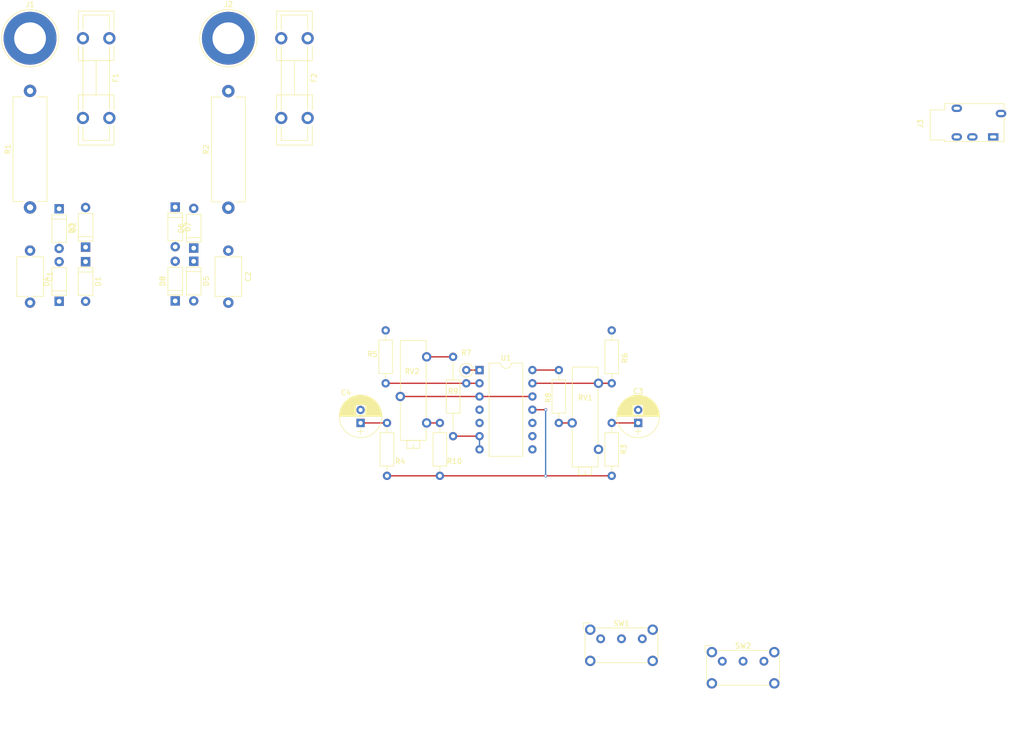
<source format=kicad_pcb>
(kicad_pcb (version 4) (host pcbnew 4.0.2-stable)

  (general
    (links 53)
    (no_connects 35)
    (area 13.074999 13.711 210.159 156.463)
    (thickness 1.6)
    (drawings 11)
    (tracks 50)
    (zones 0)
    (modules 32)
    (nets 26)
  )

  (page A4)
  (layers
    (0 F.Cu signal)
    (1 Line_Break signal)
    (2 Wire_Connect signal)
    (31 B.Cu signal)
    (32 B.Adhes user hide)
    (33 F.Adhes user hide)
    (34 B.Paste user hide)
    (35 F.Paste user hide)
    (36 B.SilkS user hide)
    (37 F.SilkS user)
    (38 B.Mask user hide)
    (39 F.Mask user hide)
    (40 Dwgs.User user hide)
    (41 Cmts.User user hide)
    (42 Eco1.User user hide)
    (43 Eco2.User user hide)
    (44 Edge.Cuts user hide)
    (45 Margin user hide)
    (46 B.CrtYd user hide)
    (47 F.CrtYd user hide)
    (48 B.Fab user hide)
    (49 F.Fab user)
  )

  (setup
    (last_trace_width 0.25)
    (trace_clearance 0.2)
    (zone_clearance 0.508)
    (zone_45_only no)
    (trace_min 0.2)
    (segment_width 0.2)
    (edge_width 0.15)
    (via_size 0.6)
    (via_drill 0.4)
    (via_min_size 0.4)
    (via_min_drill 0.3)
    (uvia_size 0.3)
    (uvia_drill 0.1)
    (uvias_allowed no)
    (uvia_min_size 0.2)
    (uvia_min_drill 0.1)
    (pcb_text_width 0.3)
    (pcb_text_size 1.5 1.5)
    (mod_edge_width 0.15)
    (mod_text_size 1 1)
    (mod_text_width 0.15)
    (pad_size 1.524 1.524)
    (pad_drill 0.762)
    (pad_to_mask_clearance 0.2)
    (aux_axis_origin 0 0)
    (visible_elements 7FFFFFFF)
    (pcbplotparams
      (layerselection 0x00030_80000001)
      (usegerberextensions false)
      (excludeedgelayer true)
      (linewidth 0.100000)
      (plotframeref false)
      (viasonmask false)
      (mode 1)
      (useauxorigin false)
      (hpglpennumber 1)
      (hpglpenspeed 20)
      (hpglpendiameter 15)
      (hpglpenoverlay 2)
      (psnegative false)
      (psa4output false)
      (plotreference true)
      (plotvalue true)
      (plotinvisibletext false)
      (padsonsilk false)
      (subtractmaskfromsilk false)
      (outputformat 1)
      (mirror false)
      (drillshape 1)
      (scaleselection 1)
      (outputdirectory ""))
  )

  (net 0 "")
  (net 1 Right_Input)
  (net 2 Left_Input)
  (net 3 "Net-(D1-Pad1)")
  (net 4 VPP)
  (net 5 "Net-(D3-Pad2)")
  (net 6 Mic_Jack_GND)
  (net 7 "Net-(D5-Pad1)")
  (net 8 "Net-(D7-Pad2)")
  (net 9 "Net-(F1-Pad2)")
  (net 10 Right_Probe)
  (net 11 "Net-(F2-Pad2)")
  (net 12 "Net-(R10-Pad2)")
  (net 13 "Net-(R9-Pad1)")
  (net 14 Mic_Jack_Right)
  (net 15 Mic_Jack_Left)
  (net 16 "Net-(R6-Pad1)")
  (net 17 Left_Probe)
  (net 18 "Net-(C3-Pad1)")
  (net 19 "Net-(C4-Pad1)")
  (net 20 "Net-(R5-Pad1)")
  (net 21 "Net-(R5-Pad2)")
  (net 22 "Net-(R6-Pad2)")
  (net 23 "Net-(R8-Pad2)")
  (net 24 "Net-(R9-Pad2)")
  (net 25 Vbias)

  (net_class Default "This is the default net class."
    (clearance 0.2)
    (trace_width 0.25)
    (via_dia 0.6)
    (via_drill 0.4)
    (uvia_dia 0.3)
    (uvia_drill 0.1)
    (add_net Left_Input)
    (add_net Left_Probe)
    (add_net Mic_Jack_GND)
    (add_net Mic_Jack_Left)
    (add_net Mic_Jack_Right)
    (add_net "Net-(C3-Pad1)")
    (add_net "Net-(C4-Pad1)")
    (add_net "Net-(D1-Pad1)")
    (add_net "Net-(D3-Pad2)")
    (add_net "Net-(D5-Pad1)")
    (add_net "Net-(D7-Pad2)")
    (add_net "Net-(F1-Pad2)")
    (add_net "Net-(F2-Pad2)")
    (add_net "Net-(R10-Pad2)")
    (add_net "Net-(R5-Pad1)")
    (add_net "Net-(R5-Pad2)")
    (add_net "Net-(R6-Pad1)")
    (add_net "Net-(R6-Pad2)")
    (add_net "Net-(R8-Pad2)")
    (add_net "Net-(R9-Pad1)")
    (add_net "Net-(R9-Pad2)")
    (add_net Right_Input)
    (add_net Right_Probe)
    (add_net VPP)
    (add_net Vbias)
  )

  (module Capacitors_ThroughHole:CP_Radial_D8.0mm_P2.50mm (layer F.Cu) (tedit 597BC7C2) (tstamp 5A49C055)
    (at 135.89 95.25 90)
    (descr "CP, Radial series, Radial, pin pitch=2.50mm, , diameter=8mm, Electrolytic Capacitor")
    (tags "CP Radial series Radial pin pitch 2.50mm  diameter 8mm Electrolytic Capacitor")
    (path /5A4A51F6)
    (fp_text reference C3 (at 6.096 0 180) (layer F.SilkS)
      (effects (font (size 1 1) (thickness 0.15)))
    )
    (fp_text value "47 μF" (at 5.842 3.81 180) (layer F.Fab)
      (effects (font (size 1 1) (thickness 0.15)))
    )
    (fp_circle (center 1.25 0) (end 5.25 0) (layer F.Fab) (width 0.1))
    (fp_circle (center 1.25 0) (end 5.34 0) (layer F.SilkS) (width 0.12))
    (fp_line (start -2.2 0) (end -1 0) (layer F.Fab) (width 0.1))
    (fp_line (start -1.6 -0.65) (end -1.6 0.65) (layer F.Fab) (width 0.1))
    (fp_line (start 1.25 -4.05) (end 1.25 4.05) (layer F.SilkS) (width 0.12))
    (fp_line (start 1.29 -4.05) (end 1.29 4.05) (layer F.SilkS) (width 0.12))
    (fp_line (start 1.33 -4.05) (end 1.33 4.05) (layer F.SilkS) (width 0.12))
    (fp_line (start 1.37 -4.049) (end 1.37 4.049) (layer F.SilkS) (width 0.12))
    (fp_line (start 1.41 -4.047) (end 1.41 4.047) (layer F.SilkS) (width 0.12))
    (fp_line (start 1.45 -4.046) (end 1.45 4.046) (layer F.SilkS) (width 0.12))
    (fp_line (start 1.49 -4.043) (end 1.49 4.043) (layer F.SilkS) (width 0.12))
    (fp_line (start 1.53 -4.041) (end 1.53 -0.98) (layer F.SilkS) (width 0.12))
    (fp_line (start 1.53 0.98) (end 1.53 4.041) (layer F.SilkS) (width 0.12))
    (fp_line (start 1.57 -4.038) (end 1.57 -0.98) (layer F.SilkS) (width 0.12))
    (fp_line (start 1.57 0.98) (end 1.57 4.038) (layer F.SilkS) (width 0.12))
    (fp_line (start 1.61 -4.035) (end 1.61 -0.98) (layer F.SilkS) (width 0.12))
    (fp_line (start 1.61 0.98) (end 1.61 4.035) (layer F.SilkS) (width 0.12))
    (fp_line (start 1.65 -4.031) (end 1.65 -0.98) (layer F.SilkS) (width 0.12))
    (fp_line (start 1.65 0.98) (end 1.65 4.031) (layer F.SilkS) (width 0.12))
    (fp_line (start 1.69 -4.027) (end 1.69 -0.98) (layer F.SilkS) (width 0.12))
    (fp_line (start 1.69 0.98) (end 1.69 4.027) (layer F.SilkS) (width 0.12))
    (fp_line (start 1.73 -4.022) (end 1.73 -0.98) (layer F.SilkS) (width 0.12))
    (fp_line (start 1.73 0.98) (end 1.73 4.022) (layer F.SilkS) (width 0.12))
    (fp_line (start 1.77 -4.017) (end 1.77 -0.98) (layer F.SilkS) (width 0.12))
    (fp_line (start 1.77 0.98) (end 1.77 4.017) (layer F.SilkS) (width 0.12))
    (fp_line (start 1.81 -4.012) (end 1.81 -0.98) (layer F.SilkS) (width 0.12))
    (fp_line (start 1.81 0.98) (end 1.81 4.012) (layer F.SilkS) (width 0.12))
    (fp_line (start 1.85 -4.006) (end 1.85 -0.98) (layer F.SilkS) (width 0.12))
    (fp_line (start 1.85 0.98) (end 1.85 4.006) (layer F.SilkS) (width 0.12))
    (fp_line (start 1.89 -4) (end 1.89 -0.98) (layer F.SilkS) (width 0.12))
    (fp_line (start 1.89 0.98) (end 1.89 4) (layer F.SilkS) (width 0.12))
    (fp_line (start 1.93 -3.994) (end 1.93 -0.98) (layer F.SilkS) (width 0.12))
    (fp_line (start 1.93 0.98) (end 1.93 3.994) (layer F.SilkS) (width 0.12))
    (fp_line (start 1.971 -3.987) (end 1.971 -0.98) (layer F.SilkS) (width 0.12))
    (fp_line (start 1.971 0.98) (end 1.971 3.987) (layer F.SilkS) (width 0.12))
    (fp_line (start 2.011 -3.979) (end 2.011 -0.98) (layer F.SilkS) (width 0.12))
    (fp_line (start 2.011 0.98) (end 2.011 3.979) (layer F.SilkS) (width 0.12))
    (fp_line (start 2.051 -3.971) (end 2.051 -0.98) (layer F.SilkS) (width 0.12))
    (fp_line (start 2.051 0.98) (end 2.051 3.971) (layer F.SilkS) (width 0.12))
    (fp_line (start 2.091 -3.963) (end 2.091 -0.98) (layer F.SilkS) (width 0.12))
    (fp_line (start 2.091 0.98) (end 2.091 3.963) (layer F.SilkS) (width 0.12))
    (fp_line (start 2.131 -3.955) (end 2.131 -0.98) (layer F.SilkS) (width 0.12))
    (fp_line (start 2.131 0.98) (end 2.131 3.955) (layer F.SilkS) (width 0.12))
    (fp_line (start 2.171 -3.946) (end 2.171 -0.98) (layer F.SilkS) (width 0.12))
    (fp_line (start 2.171 0.98) (end 2.171 3.946) (layer F.SilkS) (width 0.12))
    (fp_line (start 2.211 -3.936) (end 2.211 -0.98) (layer F.SilkS) (width 0.12))
    (fp_line (start 2.211 0.98) (end 2.211 3.936) (layer F.SilkS) (width 0.12))
    (fp_line (start 2.251 -3.926) (end 2.251 -0.98) (layer F.SilkS) (width 0.12))
    (fp_line (start 2.251 0.98) (end 2.251 3.926) (layer F.SilkS) (width 0.12))
    (fp_line (start 2.291 -3.916) (end 2.291 -0.98) (layer F.SilkS) (width 0.12))
    (fp_line (start 2.291 0.98) (end 2.291 3.916) (layer F.SilkS) (width 0.12))
    (fp_line (start 2.331 -3.905) (end 2.331 -0.98) (layer F.SilkS) (width 0.12))
    (fp_line (start 2.331 0.98) (end 2.331 3.905) (layer F.SilkS) (width 0.12))
    (fp_line (start 2.371 -3.894) (end 2.371 -0.98) (layer F.SilkS) (width 0.12))
    (fp_line (start 2.371 0.98) (end 2.371 3.894) (layer F.SilkS) (width 0.12))
    (fp_line (start 2.411 -3.883) (end 2.411 -0.98) (layer F.SilkS) (width 0.12))
    (fp_line (start 2.411 0.98) (end 2.411 3.883) (layer F.SilkS) (width 0.12))
    (fp_line (start 2.451 -3.87) (end 2.451 -0.98) (layer F.SilkS) (width 0.12))
    (fp_line (start 2.451 0.98) (end 2.451 3.87) (layer F.SilkS) (width 0.12))
    (fp_line (start 2.491 -3.858) (end 2.491 -0.98) (layer F.SilkS) (width 0.12))
    (fp_line (start 2.491 0.98) (end 2.491 3.858) (layer F.SilkS) (width 0.12))
    (fp_line (start 2.531 -3.845) (end 2.531 -0.98) (layer F.SilkS) (width 0.12))
    (fp_line (start 2.531 0.98) (end 2.531 3.845) (layer F.SilkS) (width 0.12))
    (fp_line (start 2.571 -3.832) (end 2.571 -0.98) (layer F.SilkS) (width 0.12))
    (fp_line (start 2.571 0.98) (end 2.571 3.832) (layer F.SilkS) (width 0.12))
    (fp_line (start 2.611 -3.818) (end 2.611 -0.98) (layer F.SilkS) (width 0.12))
    (fp_line (start 2.611 0.98) (end 2.611 3.818) (layer F.SilkS) (width 0.12))
    (fp_line (start 2.651 -3.803) (end 2.651 -0.98) (layer F.SilkS) (width 0.12))
    (fp_line (start 2.651 0.98) (end 2.651 3.803) (layer F.SilkS) (width 0.12))
    (fp_line (start 2.691 -3.789) (end 2.691 -0.98) (layer F.SilkS) (width 0.12))
    (fp_line (start 2.691 0.98) (end 2.691 3.789) (layer F.SilkS) (width 0.12))
    (fp_line (start 2.731 -3.773) (end 2.731 -0.98) (layer F.SilkS) (width 0.12))
    (fp_line (start 2.731 0.98) (end 2.731 3.773) (layer F.SilkS) (width 0.12))
    (fp_line (start 2.771 -3.758) (end 2.771 -0.98) (layer F.SilkS) (width 0.12))
    (fp_line (start 2.771 0.98) (end 2.771 3.758) (layer F.SilkS) (width 0.12))
    (fp_line (start 2.811 -3.741) (end 2.811 -0.98) (layer F.SilkS) (width 0.12))
    (fp_line (start 2.811 0.98) (end 2.811 3.741) (layer F.SilkS) (width 0.12))
    (fp_line (start 2.851 -3.725) (end 2.851 -0.98) (layer F.SilkS) (width 0.12))
    (fp_line (start 2.851 0.98) (end 2.851 3.725) (layer F.SilkS) (width 0.12))
    (fp_line (start 2.891 -3.707) (end 2.891 -0.98) (layer F.SilkS) (width 0.12))
    (fp_line (start 2.891 0.98) (end 2.891 3.707) (layer F.SilkS) (width 0.12))
    (fp_line (start 2.931 -3.69) (end 2.931 -0.98) (layer F.SilkS) (width 0.12))
    (fp_line (start 2.931 0.98) (end 2.931 3.69) (layer F.SilkS) (width 0.12))
    (fp_line (start 2.971 -3.671) (end 2.971 -0.98) (layer F.SilkS) (width 0.12))
    (fp_line (start 2.971 0.98) (end 2.971 3.671) (layer F.SilkS) (width 0.12))
    (fp_line (start 3.011 -3.652) (end 3.011 -0.98) (layer F.SilkS) (width 0.12))
    (fp_line (start 3.011 0.98) (end 3.011 3.652) (layer F.SilkS) (width 0.12))
    (fp_line (start 3.051 -3.633) (end 3.051 -0.98) (layer F.SilkS) (width 0.12))
    (fp_line (start 3.051 0.98) (end 3.051 3.633) (layer F.SilkS) (width 0.12))
    (fp_line (start 3.091 -3.613) (end 3.091 -0.98) (layer F.SilkS) (width 0.12))
    (fp_line (start 3.091 0.98) (end 3.091 3.613) (layer F.SilkS) (width 0.12))
    (fp_line (start 3.131 -3.593) (end 3.131 -0.98) (layer F.SilkS) (width 0.12))
    (fp_line (start 3.131 0.98) (end 3.131 3.593) (layer F.SilkS) (width 0.12))
    (fp_line (start 3.171 -3.572) (end 3.171 -0.98) (layer F.SilkS) (width 0.12))
    (fp_line (start 3.171 0.98) (end 3.171 3.572) (layer F.SilkS) (width 0.12))
    (fp_line (start 3.211 -3.55) (end 3.211 -0.98) (layer F.SilkS) (width 0.12))
    (fp_line (start 3.211 0.98) (end 3.211 3.55) (layer F.SilkS) (width 0.12))
    (fp_line (start 3.251 -3.528) (end 3.251 -0.98) (layer F.SilkS) (width 0.12))
    (fp_line (start 3.251 0.98) (end 3.251 3.528) (layer F.SilkS) (width 0.12))
    (fp_line (start 3.291 -3.505) (end 3.291 -0.98) (layer F.SilkS) (width 0.12))
    (fp_line (start 3.291 0.98) (end 3.291 3.505) (layer F.SilkS) (width 0.12))
    (fp_line (start 3.331 -3.482) (end 3.331 -0.98) (layer F.SilkS) (width 0.12))
    (fp_line (start 3.331 0.98) (end 3.331 3.482) (layer F.SilkS) (width 0.12))
    (fp_line (start 3.371 -3.458) (end 3.371 -0.98) (layer F.SilkS) (width 0.12))
    (fp_line (start 3.371 0.98) (end 3.371 3.458) (layer F.SilkS) (width 0.12))
    (fp_line (start 3.411 -3.434) (end 3.411 -0.98) (layer F.SilkS) (width 0.12))
    (fp_line (start 3.411 0.98) (end 3.411 3.434) (layer F.SilkS) (width 0.12))
    (fp_line (start 3.451 -3.408) (end 3.451 -0.98) (layer F.SilkS) (width 0.12))
    (fp_line (start 3.451 0.98) (end 3.451 3.408) (layer F.SilkS) (width 0.12))
    (fp_line (start 3.491 -3.383) (end 3.491 3.383) (layer F.SilkS) (width 0.12))
    (fp_line (start 3.531 -3.356) (end 3.531 3.356) (layer F.SilkS) (width 0.12))
    (fp_line (start 3.571 -3.329) (end 3.571 3.329) (layer F.SilkS) (width 0.12))
    (fp_line (start 3.611 -3.301) (end 3.611 3.301) (layer F.SilkS) (width 0.12))
    (fp_line (start 3.651 -3.272) (end 3.651 3.272) (layer F.SilkS) (width 0.12))
    (fp_line (start 3.691 -3.243) (end 3.691 3.243) (layer F.SilkS) (width 0.12))
    (fp_line (start 3.731 -3.213) (end 3.731 3.213) (layer F.SilkS) (width 0.12))
    (fp_line (start 3.771 -3.182) (end 3.771 3.182) (layer F.SilkS) (width 0.12))
    (fp_line (start 3.811 -3.15) (end 3.811 3.15) (layer F.SilkS) (width 0.12))
    (fp_line (start 3.851 -3.118) (end 3.851 3.118) (layer F.SilkS) (width 0.12))
    (fp_line (start 3.891 -3.084) (end 3.891 3.084) (layer F.SilkS) (width 0.12))
    (fp_line (start 3.931 -3.05) (end 3.931 3.05) (layer F.SilkS) (width 0.12))
    (fp_line (start 3.971 -3.015) (end 3.971 3.015) (layer F.SilkS) (width 0.12))
    (fp_line (start 4.011 -2.979) (end 4.011 2.979) (layer F.SilkS) (width 0.12))
    (fp_line (start 4.051 -2.942) (end 4.051 2.942) (layer F.SilkS) (width 0.12))
    (fp_line (start 4.091 -2.904) (end 4.091 2.904) (layer F.SilkS) (width 0.12))
    (fp_line (start 4.131 -2.865) (end 4.131 2.865) (layer F.SilkS) (width 0.12))
    (fp_line (start 4.171 -2.824) (end 4.171 2.824) (layer F.SilkS) (width 0.12))
    (fp_line (start 4.211 -2.783) (end 4.211 2.783) (layer F.SilkS) (width 0.12))
    (fp_line (start 4.251 -2.74) (end 4.251 2.74) (layer F.SilkS) (width 0.12))
    (fp_line (start 4.291 -2.697) (end 4.291 2.697) (layer F.SilkS) (width 0.12))
    (fp_line (start 4.331 -2.652) (end 4.331 2.652) (layer F.SilkS) (width 0.12))
    (fp_line (start 4.371 -2.605) (end 4.371 2.605) (layer F.SilkS) (width 0.12))
    (fp_line (start 4.411 -2.557) (end 4.411 2.557) (layer F.SilkS) (width 0.12))
    (fp_line (start 4.451 -2.508) (end 4.451 2.508) (layer F.SilkS) (width 0.12))
    (fp_line (start 4.491 -2.457) (end 4.491 2.457) (layer F.SilkS) (width 0.12))
    (fp_line (start 4.531 -2.404) (end 4.531 2.404) (layer F.SilkS) (width 0.12))
    (fp_line (start 4.571 -2.349) (end 4.571 2.349) (layer F.SilkS) (width 0.12))
    (fp_line (start 4.611 -2.293) (end 4.611 2.293) (layer F.SilkS) (width 0.12))
    (fp_line (start 4.651 -2.234) (end 4.651 2.234) (layer F.SilkS) (width 0.12))
    (fp_line (start 4.691 -2.173) (end 4.691 2.173) (layer F.SilkS) (width 0.12))
    (fp_line (start 4.731 -2.109) (end 4.731 2.109) (layer F.SilkS) (width 0.12))
    (fp_line (start 4.771 -2.043) (end 4.771 2.043) (layer F.SilkS) (width 0.12))
    (fp_line (start 4.811 -1.974) (end 4.811 1.974) (layer F.SilkS) (width 0.12))
    (fp_line (start 4.851 -1.902) (end 4.851 1.902) (layer F.SilkS) (width 0.12))
    (fp_line (start 4.891 -1.826) (end 4.891 1.826) (layer F.SilkS) (width 0.12))
    (fp_line (start 4.931 -1.745) (end 4.931 1.745) (layer F.SilkS) (width 0.12))
    (fp_line (start 4.971 -1.66) (end 4.971 1.66) (layer F.SilkS) (width 0.12))
    (fp_line (start 5.011 -1.57) (end 5.011 1.57) (layer F.SilkS) (width 0.12))
    (fp_line (start 5.051 -1.473) (end 5.051 1.473) (layer F.SilkS) (width 0.12))
    (fp_line (start 5.091 -1.369) (end 5.091 1.369) (layer F.SilkS) (width 0.12))
    (fp_line (start 5.131 -1.254) (end 5.131 1.254) (layer F.SilkS) (width 0.12))
    (fp_line (start 5.171 -1.127) (end 5.171 1.127) (layer F.SilkS) (width 0.12))
    (fp_line (start 5.211 -0.983) (end 5.211 0.983) (layer F.SilkS) (width 0.12))
    (fp_line (start 5.251 -0.814) (end 5.251 0.814) (layer F.SilkS) (width 0.12))
    (fp_line (start 5.291 -0.598) (end 5.291 0.598) (layer F.SilkS) (width 0.12))
    (fp_line (start 5.331 -0.246) (end 5.331 0.246) (layer F.SilkS) (width 0.12))
    (fp_line (start -2.2 0) (end -1 0) (layer F.SilkS) (width 0.12))
    (fp_line (start -1.6 -0.65) (end -1.6 0.65) (layer F.SilkS) (width 0.12))
    (fp_line (start -3.1 -4.35) (end -3.1 4.35) (layer F.CrtYd) (width 0.05))
    (fp_line (start -3.1 4.35) (end 5.6 4.35) (layer F.CrtYd) (width 0.05))
    (fp_line (start 5.6 4.35) (end 5.6 -4.35) (layer F.CrtYd) (width 0.05))
    (fp_line (start 5.6 -4.35) (end -3.1 -4.35) (layer F.CrtYd) (width 0.05))
    (fp_text user %R (at 2.286 -2.032 90) (layer F.Fab)
      (effects (font (size 1 1) (thickness 0.15)))
    )
    (pad 1 thru_hole rect (at 0 0 90) (size 1.6 1.6) (drill 0.8) (layers *.Cu *.Mask)
      (net 18 "Net-(C3-Pad1)"))
    (pad 2 thru_hole circle (at 2.5 0 90) (size 1.6 1.6) (drill 0.8) (layers *.Cu *.Mask)
      (net 2 Left_Input))
    (model ${KISYS3DMOD}/Capacitors_THT.3dshapes/CP_Radial_D8.0mm_P2.50mm.wrl
      (at (xyz 0 0 0))
      (scale (xyz 1 1 1))
      (rotate (xyz 0 0 0))
    )
  )

  (module Capacitors_ThroughHole:C_Disc_D7.5mm_W5.0mm_P10.00mm (layer F.Cu) (tedit 597BC7C2) (tstamp 5A49BF97)
    (at 19.05 62.136 270)
    (descr "C, Disc series, Radial, pin pitch=10.00mm, , diameter*width=7.5*5.0mm^2, Capacitor, http://www.vishay.com/docs/28535/vy2series.pdf")
    (tags "C Disc series Radial pin pitch 10.00mm  diameter 7.5mm width 5.0mm Capacitor")
    (path /5A445157)
    (fp_text reference C1 (at 5 -3.81 270) (layer F.SilkS)
      (effects (font (size 1 1) (thickness 0.15)))
    )
    (fp_text value "22 nF" (at 5 3.81 270) (layer F.Fab)
      (effects (font (size 1 1) (thickness 0.15)))
    )
    (fp_line (start 1.25 -2.5) (end 1.25 2.5) (layer F.Fab) (width 0.1))
    (fp_line (start 1.25 2.5) (end 8.75 2.5) (layer F.Fab) (width 0.1))
    (fp_line (start 8.75 2.5) (end 8.75 -2.5) (layer F.Fab) (width 0.1))
    (fp_line (start 8.75 -2.5) (end 1.25 -2.5) (layer F.Fab) (width 0.1))
    (fp_line (start 1.19 -2.56) (end 8.81 -2.56) (layer F.SilkS) (width 0.12))
    (fp_line (start 1.19 2.56) (end 8.81 2.56) (layer F.SilkS) (width 0.12))
    (fp_line (start 1.19 -2.56) (end 1.19 -0.311) (layer F.SilkS) (width 0.12))
    (fp_line (start 1.19 0.311) (end 1.19 2.56) (layer F.SilkS) (width 0.12))
    (fp_line (start 8.81 -2.56) (end 8.81 -0.311) (layer F.SilkS) (width 0.12))
    (fp_line (start 8.81 0.311) (end 8.81 2.56) (layer F.SilkS) (width 0.12))
    (fp_line (start -1.25 -2.85) (end -1.25 2.85) (layer F.CrtYd) (width 0.05))
    (fp_line (start -1.25 2.85) (end 11.25 2.85) (layer F.CrtYd) (width 0.05))
    (fp_line (start 11.25 2.85) (end 11.25 -2.85) (layer F.CrtYd) (width 0.05))
    (fp_line (start 11.25 -2.85) (end -1.25 -2.85) (layer F.CrtYd) (width 0.05))
    (fp_text user %R (at 5 0 270) (layer F.Fab)
      (effects (font (size 1 1) (thickness 0.15)))
    )
    (pad 1 thru_hole circle (at 0 0 270) (size 2 2) (drill 1) (layers *.Cu *.Mask)
      (net 1 Right_Input))
    (pad 2 thru_hole circle (at 10 0 270) (size 2 2) (drill 1) (layers *.Cu *.Mask)
      (net 6 Mic_Jack_GND))
    (model ${KISYS3DMOD}/Capacitors_THT.3dshapes/C_Disc_D7.5mm_W5.0mm_P10.00mm.wrl
      (at (xyz 0 0 0))
      (scale (xyz 1 1 1))
      (rotate (xyz 0 0 0))
    )
  )

  (module Capacitors_ThroughHole:C_Disc_D7.5mm_W5.0mm_P10.00mm (layer F.Cu) (tedit 597BC7C2) (tstamp 5A49BFAC)
    (at 57.15 62.136 270)
    (descr "C, Disc series, Radial, pin pitch=10.00mm, , diameter*width=7.5*5.0mm^2, Capacitor, http://www.vishay.com/docs/28535/vy2series.pdf")
    (tags "C Disc series Radial pin pitch 10.00mm  diameter 7.5mm width 5.0mm Capacitor")
    (path /5A44734A)
    (fp_text reference C2 (at 5 -3.81 270) (layer F.SilkS)
      (effects (font (size 1 1) (thickness 0.15)))
    )
    (fp_text value "22 nF" (at 5 3.81 270) (layer F.Fab)
      (effects (font (size 1 1) (thickness 0.15)))
    )
    (fp_line (start 1.25 -2.5) (end 1.25 2.5) (layer F.Fab) (width 0.1))
    (fp_line (start 1.25 2.5) (end 8.75 2.5) (layer F.Fab) (width 0.1))
    (fp_line (start 8.75 2.5) (end 8.75 -2.5) (layer F.Fab) (width 0.1))
    (fp_line (start 8.75 -2.5) (end 1.25 -2.5) (layer F.Fab) (width 0.1))
    (fp_line (start 1.19 -2.56) (end 8.81 -2.56) (layer F.SilkS) (width 0.12))
    (fp_line (start 1.19 2.56) (end 8.81 2.56) (layer F.SilkS) (width 0.12))
    (fp_line (start 1.19 -2.56) (end 1.19 -0.311) (layer F.SilkS) (width 0.12))
    (fp_line (start 1.19 0.311) (end 1.19 2.56) (layer F.SilkS) (width 0.12))
    (fp_line (start 8.81 -2.56) (end 8.81 -0.311) (layer F.SilkS) (width 0.12))
    (fp_line (start 8.81 0.311) (end 8.81 2.56) (layer F.SilkS) (width 0.12))
    (fp_line (start -1.25 -2.85) (end -1.25 2.85) (layer F.CrtYd) (width 0.05))
    (fp_line (start -1.25 2.85) (end 11.25 2.85) (layer F.CrtYd) (width 0.05))
    (fp_line (start 11.25 2.85) (end 11.25 -2.85) (layer F.CrtYd) (width 0.05))
    (fp_line (start 11.25 -2.85) (end -1.25 -2.85) (layer F.CrtYd) (width 0.05))
    (fp_text user %R (at 5 0 270) (layer F.Fab)
      (effects (font (size 1 1) (thickness 0.15)))
    )
    (pad 1 thru_hole circle (at 0 0 270) (size 2 2) (drill 1) (layers *.Cu *.Mask)
      (net 2 Left_Input))
    (pad 2 thru_hole circle (at 10 0 270) (size 2 2) (drill 1) (layers *.Cu *.Mask)
      (net 6 Mic_Jack_GND))
    (model ${KISYS3DMOD}/Capacitors_THT.3dshapes/C_Disc_D7.5mm_W5.0mm_P10.00mm.wrl
      (at (xyz 0 0 0))
      (scale (xyz 1 1 1))
      (rotate (xyz 0 0 0))
    )
  )

  (module Capacitors_ThroughHole:CP_Radial_D8.0mm_P2.50mm (layer F.Cu) (tedit 597BC7C2) (tstamp 5A49C0FE)
    (at 82.55 95.25 90)
    (descr "CP, Radial series, Radial, pin pitch=2.50mm, , diameter=8mm, Electrolytic Capacitor")
    (tags "CP Radial series Radial pin pitch 2.50mm  diameter 8mm Electrolytic Capacitor")
    (path /5A4A7FDC)
    (fp_text reference C4 (at 5.842 -2.794 180) (layer F.SilkS)
      (effects (font (size 1 1) (thickness 0.15)))
    )
    (fp_text value "47 μF" (at 6.096 1.27 180) (layer F.Fab)
      (effects (font (size 1 1) (thickness 0.15)))
    )
    (fp_circle (center 1.25 0) (end 5.25 0) (layer F.Fab) (width 0.1))
    (fp_circle (center 1.25 0) (end 5.34 0) (layer F.SilkS) (width 0.12))
    (fp_line (start -2.2 0) (end -1 0) (layer F.Fab) (width 0.1))
    (fp_line (start -1.6 -0.65) (end -1.6 0.65) (layer F.Fab) (width 0.1))
    (fp_line (start 1.25 -4.05) (end 1.25 4.05) (layer F.SilkS) (width 0.12))
    (fp_line (start 1.29 -4.05) (end 1.29 4.05) (layer F.SilkS) (width 0.12))
    (fp_line (start 1.33 -4.05) (end 1.33 4.05) (layer F.SilkS) (width 0.12))
    (fp_line (start 1.37 -4.049) (end 1.37 4.049) (layer F.SilkS) (width 0.12))
    (fp_line (start 1.41 -4.047) (end 1.41 4.047) (layer F.SilkS) (width 0.12))
    (fp_line (start 1.45 -4.046) (end 1.45 4.046) (layer F.SilkS) (width 0.12))
    (fp_line (start 1.49 -4.043) (end 1.49 4.043) (layer F.SilkS) (width 0.12))
    (fp_line (start 1.53 -4.041) (end 1.53 -0.98) (layer F.SilkS) (width 0.12))
    (fp_line (start 1.53 0.98) (end 1.53 4.041) (layer F.SilkS) (width 0.12))
    (fp_line (start 1.57 -4.038) (end 1.57 -0.98) (layer F.SilkS) (width 0.12))
    (fp_line (start 1.57 0.98) (end 1.57 4.038) (layer F.SilkS) (width 0.12))
    (fp_line (start 1.61 -4.035) (end 1.61 -0.98) (layer F.SilkS) (width 0.12))
    (fp_line (start 1.61 0.98) (end 1.61 4.035) (layer F.SilkS) (width 0.12))
    (fp_line (start 1.65 -4.031) (end 1.65 -0.98) (layer F.SilkS) (width 0.12))
    (fp_line (start 1.65 0.98) (end 1.65 4.031) (layer F.SilkS) (width 0.12))
    (fp_line (start 1.69 -4.027) (end 1.69 -0.98) (layer F.SilkS) (width 0.12))
    (fp_line (start 1.69 0.98) (end 1.69 4.027) (layer F.SilkS) (width 0.12))
    (fp_line (start 1.73 -4.022) (end 1.73 -0.98) (layer F.SilkS) (width 0.12))
    (fp_line (start 1.73 0.98) (end 1.73 4.022) (layer F.SilkS) (width 0.12))
    (fp_line (start 1.77 -4.017) (end 1.77 -0.98) (layer F.SilkS) (width 0.12))
    (fp_line (start 1.77 0.98) (end 1.77 4.017) (layer F.SilkS) (width 0.12))
    (fp_line (start 1.81 -4.012) (end 1.81 -0.98) (layer F.SilkS) (width 0.12))
    (fp_line (start 1.81 0.98) (end 1.81 4.012) (layer F.SilkS) (width 0.12))
    (fp_line (start 1.85 -4.006) (end 1.85 -0.98) (layer F.SilkS) (width 0.12))
    (fp_line (start 1.85 0.98) (end 1.85 4.006) (layer F.SilkS) (width 0.12))
    (fp_line (start 1.89 -4) (end 1.89 -0.98) (layer F.SilkS) (width 0.12))
    (fp_line (start 1.89 0.98) (end 1.89 4) (layer F.SilkS) (width 0.12))
    (fp_line (start 1.93 -3.994) (end 1.93 -0.98) (layer F.SilkS) (width 0.12))
    (fp_line (start 1.93 0.98) (end 1.93 3.994) (layer F.SilkS) (width 0.12))
    (fp_line (start 1.971 -3.987) (end 1.971 -0.98) (layer F.SilkS) (width 0.12))
    (fp_line (start 1.971 0.98) (end 1.971 3.987) (layer F.SilkS) (width 0.12))
    (fp_line (start 2.011 -3.979) (end 2.011 -0.98) (layer F.SilkS) (width 0.12))
    (fp_line (start 2.011 0.98) (end 2.011 3.979) (layer F.SilkS) (width 0.12))
    (fp_line (start 2.051 -3.971) (end 2.051 -0.98) (layer F.SilkS) (width 0.12))
    (fp_line (start 2.051 0.98) (end 2.051 3.971) (layer F.SilkS) (width 0.12))
    (fp_line (start 2.091 -3.963) (end 2.091 -0.98) (layer F.SilkS) (width 0.12))
    (fp_line (start 2.091 0.98) (end 2.091 3.963) (layer F.SilkS) (width 0.12))
    (fp_line (start 2.131 -3.955) (end 2.131 -0.98) (layer F.SilkS) (width 0.12))
    (fp_line (start 2.131 0.98) (end 2.131 3.955) (layer F.SilkS) (width 0.12))
    (fp_line (start 2.171 -3.946) (end 2.171 -0.98) (layer F.SilkS) (width 0.12))
    (fp_line (start 2.171 0.98) (end 2.171 3.946) (layer F.SilkS) (width 0.12))
    (fp_line (start 2.211 -3.936) (end 2.211 -0.98) (layer F.SilkS) (width 0.12))
    (fp_line (start 2.211 0.98) (end 2.211 3.936) (layer F.SilkS) (width 0.12))
    (fp_line (start 2.251 -3.926) (end 2.251 -0.98) (layer F.SilkS) (width 0.12))
    (fp_line (start 2.251 0.98) (end 2.251 3.926) (layer F.SilkS) (width 0.12))
    (fp_line (start 2.291 -3.916) (end 2.291 -0.98) (layer F.SilkS) (width 0.12))
    (fp_line (start 2.291 0.98) (end 2.291 3.916) (layer F.SilkS) (width 0.12))
    (fp_line (start 2.331 -3.905) (end 2.331 -0.98) (layer F.SilkS) (width 0.12))
    (fp_line (start 2.331 0.98) (end 2.331 3.905) (layer F.SilkS) (width 0.12))
    (fp_line (start 2.371 -3.894) (end 2.371 -0.98) (layer F.SilkS) (width 0.12))
    (fp_line (start 2.371 0.98) (end 2.371 3.894) (layer F.SilkS) (width 0.12))
    (fp_line (start 2.411 -3.883) (end 2.411 -0.98) (layer F.SilkS) (width 0.12))
    (fp_line (start 2.411 0.98) (end 2.411 3.883) (layer F.SilkS) (width 0.12))
    (fp_line (start 2.451 -3.87) (end 2.451 -0.98) (layer F.SilkS) (width 0.12))
    (fp_line (start 2.451 0.98) (end 2.451 3.87) (layer F.SilkS) (width 0.12))
    (fp_line (start 2.491 -3.858) (end 2.491 -0.98) (layer F.SilkS) (width 0.12))
    (fp_line (start 2.491 0.98) (end 2.491 3.858) (layer F.SilkS) (width 0.12))
    (fp_line (start 2.531 -3.845) (end 2.531 -0.98) (layer F.SilkS) (width 0.12))
    (fp_line (start 2.531 0.98) (end 2.531 3.845) (layer F.SilkS) (width 0.12))
    (fp_line (start 2.571 -3.832) (end 2.571 -0.98) (layer F.SilkS) (width 0.12))
    (fp_line (start 2.571 0.98) (end 2.571 3.832) (layer F.SilkS) (width 0.12))
    (fp_line (start 2.611 -3.818) (end 2.611 -0.98) (layer F.SilkS) (width 0.12))
    (fp_line (start 2.611 0.98) (end 2.611 3.818) (layer F.SilkS) (width 0.12))
    (fp_line (start 2.651 -3.803) (end 2.651 -0.98) (layer F.SilkS) (width 0.12))
    (fp_line (start 2.651 0.98) (end 2.651 3.803) (layer F.SilkS) (width 0.12))
    (fp_line (start 2.691 -3.789) (end 2.691 -0.98) (layer F.SilkS) (width 0.12))
    (fp_line (start 2.691 0.98) (end 2.691 3.789) (layer F.SilkS) (width 0.12))
    (fp_line (start 2.731 -3.773) (end 2.731 -0.98) (layer F.SilkS) (width 0.12))
    (fp_line (start 2.731 0.98) (end 2.731 3.773) (layer F.SilkS) (width 0.12))
    (fp_line (start 2.771 -3.758) (end 2.771 -0.98) (layer F.SilkS) (width 0.12))
    (fp_line (start 2.771 0.98) (end 2.771 3.758) (layer F.SilkS) (width 0.12))
    (fp_line (start 2.811 -3.741) (end 2.811 -0.98) (layer F.SilkS) (width 0.12))
    (fp_line (start 2.811 0.98) (end 2.811 3.741) (layer F.SilkS) (width 0.12))
    (fp_line (start 2.851 -3.725) (end 2.851 -0.98) (layer F.SilkS) (width 0.12))
    (fp_line (start 2.851 0.98) (end 2.851 3.725) (layer F.SilkS) (width 0.12))
    (fp_line (start 2.891 -3.707) (end 2.891 -0.98) (layer F.SilkS) (width 0.12))
    (fp_line (start 2.891 0.98) (end 2.891 3.707) (layer F.SilkS) (width 0.12))
    (fp_line (start 2.931 -3.69) (end 2.931 -0.98) (layer F.SilkS) (width 0.12))
    (fp_line (start 2.931 0.98) (end 2.931 3.69) (layer F.SilkS) (width 0.12))
    (fp_line (start 2.971 -3.671) (end 2.971 -0.98) (layer F.SilkS) (width 0.12))
    (fp_line (start 2.971 0.98) (end 2.971 3.671) (layer F.SilkS) (width 0.12))
    (fp_line (start 3.011 -3.652) (end 3.011 -0.98) (layer F.SilkS) (width 0.12))
    (fp_line (start 3.011 0.98) (end 3.011 3.652) (layer F.SilkS) (width 0.12))
    (fp_line (start 3.051 -3.633) (end 3.051 -0.98) (layer F.SilkS) (width 0.12))
    (fp_line (start 3.051 0.98) (end 3.051 3.633) (layer F.SilkS) (width 0.12))
    (fp_line (start 3.091 -3.613) (end 3.091 -0.98) (layer F.SilkS) (width 0.12))
    (fp_line (start 3.091 0.98) (end 3.091 3.613) (layer F.SilkS) (width 0.12))
    (fp_line (start 3.131 -3.593) (end 3.131 -0.98) (layer F.SilkS) (width 0.12))
    (fp_line (start 3.131 0.98) (end 3.131 3.593) (layer F.SilkS) (width 0.12))
    (fp_line (start 3.171 -3.572) (end 3.171 -0.98) (layer F.SilkS) (width 0.12))
    (fp_line (start 3.171 0.98) (end 3.171 3.572) (layer F.SilkS) (width 0.12))
    (fp_line (start 3.211 -3.55) (end 3.211 -0.98) (layer F.SilkS) (width 0.12))
    (fp_line (start 3.211 0.98) (end 3.211 3.55) (layer F.SilkS) (width 0.12))
    (fp_line (start 3.251 -3.528) (end 3.251 -0.98) (layer F.SilkS) (width 0.12))
    (fp_line (start 3.251 0.98) (end 3.251 3.528) (layer F.SilkS) (width 0.12))
    (fp_line (start 3.291 -3.505) (end 3.291 -0.98) (layer F.SilkS) (width 0.12))
    (fp_line (start 3.291 0.98) (end 3.291 3.505) (layer F.SilkS) (width 0.12))
    (fp_line (start 3.331 -3.482) (end 3.331 -0.98) (layer F.SilkS) (width 0.12))
    (fp_line (start 3.331 0.98) (end 3.331 3.482) (layer F.SilkS) (width 0.12))
    (fp_line (start 3.371 -3.458) (end 3.371 -0.98) (layer F.SilkS) (width 0.12))
    (fp_line (start 3.371 0.98) (end 3.371 3.458) (layer F.SilkS) (width 0.12))
    (fp_line (start 3.411 -3.434) (end 3.411 -0.98) (layer F.SilkS) (width 0.12))
    (fp_line (start 3.411 0.98) (end 3.411 3.434) (layer F.SilkS) (width 0.12))
    (fp_line (start 3.451 -3.408) (end 3.451 -0.98) (layer F.SilkS) (width 0.12))
    (fp_line (start 3.451 0.98) (end 3.451 3.408) (layer F.SilkS) (width 0.12))
    (fp_line (start 3.491 -3.383) (end 3.491 3.383) (layer F.SilkS) (width 0.12))
    (fp_line (start 3.531 -3.356) (end 3.531 3.356) (layer F.SilkS) (width 0.12))
    (fp_line (start 3.571 -3.329) (end 3.571 3.329) (layer F.SilkS) (width 0.12))
    (fp_line (start 3.611 -3.301) (end 3.611 3.301) (layer F.SilkS) (width 0.12))
    (fp_line (start 3.651 -3.272) (end 3.651 3.272) (layer F.SilkS) (width 0.12))
    (fp_line (start 3.691 -3.243) (end 3.691 3.243) (layer F.SilkS) (width 0.12))
    (fp_line (start 3.731 -3.213) (end 3.731 3.213) (layer F.SilkS) (width 0.12))
    (fp_line (start 3.771 -3.182) (end 3.771 3.182) (layer F.SilkS) (width 0.12))
    (fp_line (start 3.811 -3.15) (end 3.811 3.15) (layer F.SilkS) (width 0.12))
    (fp_line (start 3.851 -3.118) (end 3.851 3.118) (layer F.SilkS) (width 0.12))
    (fp_line (start 3.891 -3.084) (end 3.891 3.084) (layer F.SilkS) (width 0.12))
    (fp_line (start 3.931 -3.05) (end 3.931 3.05) (layer F.SilkS) (width 0.12))
    (fp_line (start 3.971 -3.015) (end 3.971 3.015) (layer F.SilkS) (width 0.12))
    (fp_line (start 4.011 -2.979) (end 4.011 2.979) (layer F.SilkS) (width 0.12))
    (fp_line (start 4.051 -2.942) (end 4.051 2.942) (layer F.SilkS) (width 0.12))
    (fp_line (start 4.091 -2.904) (end 4.091 2.904) (layer F.SilkS) (width 0.12))
    (fp_line (start 4.131 -2.865) (end 4.131 2.865) (layer F.SilkS) (width 0.12))
    (fp_line (start 4.171 -2.824) (end 4.171 2.824) (layer F.SilkS) (width 0.12))
    (fp_line (start 4.211 -2.783) (end 4.211 2.783) (layer F.SilkS) (width 0.12))
    (fp_line (start 4.251 -2.74) (end 4.251 2.74) (layer F.SilkS) (width 0.12))
    (fp_line (start 4.291 -2.697) (end 4.291 2.697) (layer F.SilkS) (width 0.12))
    (fp_line (start 4.331 -2.652) (end 4.331 2.652) (layer F.SilkS) (width 0.12))
    (fp_line (start 4.371 -2.605) (end 4.371 2.605) (layer F.SilkS) (width 0.12))
    (fp_line (start 4.411 -2.557) (end 4.411 2.557) (layer F.SilkS) (width 0.12))
    (fp_line (start 4.451 -2.508) (end 4.451 2.508) (layer F.SilkS) (width 0.12))
    (fp_line (start 4.491 -2.457) (end 4.491 2.457) (layer F.SilkS) (width 0.12))
    (fp_line (start 4.531 -2.404) (end 4.531 2.404) (layer F.SilkS) (width 0.12))
    (fp_line (start 4.571 -2.349) (end 4.571 2.349) (layer F.SilkS) (width 0.12))
    (fp_line (start 4.611 -2.293) (end 4.611 2.293) (layer F.SilkS) (width 0.12))
    (fp_line (start 4.651 -2.234) (end 4.651 2.234) (layer F.SilkS) (width 0.12))
    (fp_line (start 4.691 -2.173) (end 4.691 2.173) (layer F.SilkS) (width 0.12))
    (fp_line (start 4.731 -2.109) (end 4.731 2.109) (layer F.SilkS) (width 0.12))
    (fp_line (start 4.771 -2.043) (end 4.771 2.043) (layer F.SilkS) (width 0.12))
    (fp_line (start 4.811 -1.974) (end 4.811 1.974) (layer F.SilkS) (width 0.12))
    (fp_line (start 4.851 -1.902) (end 4.851 1.902) (layer F.SilkS) (width 0.12))
    (fp_line (start 4.891 -1.826) (end 4.891 1.826) (layer F.SilkS) (width 0.12))
    (fp_line (start 4.931 -1.745) (end 4.931 1.745) (layer F.SilkS) (width 0.12))
    (fp_line (start 4.971 -1.66) (end 4.971 1.66) (layer F.SilkS) (width 0.12))
    (fp_line (start 5.011 -1.57) (end 5.011 1.57) (layer F.SilkS) (width 0.12))
    (fp_line (start 5.051 -1.473) (end 5.051 1.473) (layer F.SilkS) (width 0.12))
    (fp_line (start 5.091 -1.369) (end 5.091 1.369) (layer F.SilkS) (width 0.12))
    (fp_line (start 5.131 -1.254) (end 5.131 1.254) (layer F.SilkS) (width 0.12))
    (fp_line (start 5.171 -1.127) (end 5.171 1.127) (layer F.SilkS) (width 0.12))
    (fp_line (start 5.211 -0.983) (end 5.211 0.983) (layer F.SilkS) (width 0.12))
    (fp_line (start 5.251 -0.814) (end 5.251 0.814) (layer F.SilkS) (width 0.12))
    (fp_line (start 5.291 -0.598) (end 5.291 0.598) (layer F.SilkS) (width 0.12))
    (fp_line (start 5.331 -0.246) (end 5.331 0.246) (layer F.SilkS) (width 0.12))
    (fp_line (start -2.2 0) (end -1 0) (layer F.SilkS) (width 0.12))
    (fp_line (start -1.6 -0.65) (end -1.6 0.65) (layer F.SilkS) (width 0.12))
    (fp_line (start -3.1 -4.35) (end -3.1 4.35) (layer F.CrtYd) (width 0.05))
    (fp_line (start -3.1 4.35) (end 5.6 4.35) (layer F.CrtYd) (width 0.05))
    (fp_line (start 5.6 4.35) (end 5.6 -4.35) (layer F.CrtYd) (width 0.05))
    (fp_line (start 5.6 -4.35) (end -3.1 -4.35) (layer F.CrtYd) (width 0.05))
    (fp_text user %R (at 1.25 0 90) (layer F.Fab)
      (effects (font (size 1 1) (thickness 0.15)))
    )
    (pad 1 thru_hole rect (at 0 0 90) (size 1.6 1.6) (drill 0.8) (layers *.Cu *.Mask)
      (net 19 "Net-(C4-Pad1)"))
    (pad 2 thru_hole circle (at 2.5 0 90) (size 1.6 1.6) (drill 0.8) (layers *.Cu *.Mask)
      (net 1 Right_Input))
    (model ${KISYS3DMOD}/Capacitors_THT.3dshapes/CP_Radial_D8.0mm_P2.50mm.wrl
      (at (xyz 0 0 0))
      (scale (xyz 1 1 1))
      (rotate (xyz 0 0 0))
    )
  )

  (module Diodes_ThroughHole:D_A-405_P7.62mm_Horizontal (layer F.Cu) (tedit 5921392E) (tstamp 5A49C117)
    (at 29.718 64.262 270)
    (descr "D, A-405 series, Axial, Horizontal, pin pitch=7.62mm, , length*diameter=5.2*2.7mm^2, , http://www.diodes.com/_files/packages/A-405.pdf")
    (tags "D A-405 series Axial Horizontal pin pitch 7.62mm  length 5.2mm diameter 2.7mm")
    (path /5A308B08)
    (fp_text reference D1 (at 3.81 -2.41 270) (layer F.SilkS)
      (effects (font (size 1 1) (thickness 0.15)))
    )
    (fp_text value D (at 3.81 2.41 270) (layer F.Fab)
      (effects (font (size 1 1) (thickness 0.15)))
    )
    (fp_text user %R (at 3.81 0 270) (layer F.Fab)
      (effects (font (size 1 1) (thickness 0.15)))
    )
    (fp_line (start 1.21 -1.35) (end 1.21 1.35) (layer F.Fab) (width 0.1))
    (fp_line (start 1.21 1.35) (end 6.41 1.35) (layer F.Fab) (width 0.1))
    (fp_line (start 6.41 1.35) (end 6.41 -1.35) (layer F.Fab) (width 0.1))
    (fp_line (start 6.41 -1.35) (end 1.21 -1.35) (layer F.Fab) (width 0.1))
    (fp_line (start 0 0) (end 1.21 0) (layer F.Fab) (width 0.1))
    (fp_line (start 7.62 0) (end 6.41 0) (layer F.Fab) (width 0.1))
    (fp_line (start 1.99 -1.35) (end 1.99 1.35) (layer F.Fab) (width 0.1))
    (fp_line (start 1.15 -1.41) (end 1.15 1.41) (layer F.SilkS) (width 0.12))
    (fp_line (start 1.15 1.41) (end 6.47 1.41) (layer F.SilkS) (width 0.12))
    (fp_line (start 6.47 1.41) (end 6.47 -1.41) (layer F.SilkS) (width 0.12))
    (fp_line (start 6.47 -1.41) (end 1.15 -1.41) (layer F.SilkS) (width 0.12))
    (fp_line (start 1.08 0) (end 1.15 0) (layer F.SilkS) (width 0.12))
    (fp_line (start 6.54 0) (end 6.47 0) (layer F.SilkS) (width 0.12))
    (fp_line (start 1.99 -1.41) (end 1.99 1.41) (layer F.SilkS) (width 0.12))
    (fp_line (start -1.15 -1.7) (end -1.15 1.7) (layer F.CrtYd) (width 0.05))
    (fp_line (start -1.15 1.7) (end 8.8 1.7) (layer F.CrtYd) (width 0.05))
    (fp_line (start 8.8 1.7) (end 8.8 -1.7) (layer F.CrtYd) (width 0.05))
    (fp_line (start 8.8 -1.7) (end -1.15 -1.7) (layer F.CrtYd) (width 0.05))
    (pad 1 thru_hole rect (at 0 0 270) (size 1.8 1.8) (drill 0.9) (layers *.Cu *.Mask)
      (net 3 "Net-(D1-Pad1)"))
    (pad 2 thru_hole oval (at 7.62 0 270) (size 1.8 1.8) (drill 0.9) (layers *.Cu *.Mask)
      (net 4 VPP))
    (model ${KISYS3DMOD}/Diodes_THT.3dshapes/D_A-405_P7.62mm_Horizontal.wrl
      (at (xyz 0 0 0))
      (scale (xyz 0.393701 0.393701 0.393701))
      (rotate (xyz 0 0 0))
    )
  )

  (module Diodes_ThroughHole:D_A-405_P7.62mm_Horizontal (layer F.Cu) (tedit 5921392E) (tstamp 5A49C130)
    (at 29.718 61.468 90)
    (descr "D, A-405 series, Axial, Horizontal, pin pitch=7.62mm, , length*diameter=5.2*2.7mm^2, , http://www.diodes.com/_files/packages/A-405.pdf")
    (tags "D A-405 series Axial Horizontal pin pitch 7.62mm  length 5.2mm diameter 2.7mm")
    (path /5A2FE822)
    (fp_text reference D2 (at 3.81 -2.41 90) (layer F.SilkS)
      (effects (font (size 1 1) (thickness 0.15)))
    )
    (fp_text value "36 V" (at 3.81 2.41 90) (layer F.Fab)
      (effects (font (size 1 1) (thickness 0.15)))
    )
    (fp_text user %R (at 3.81 0 90) (layer F.Fab)
      (effects (font (size 1 1) (thickness 0.15)))
    )
    (fp_line (start 1.21 -1.35) (end 1.21 1.35) (layer F.Fab) (width 0.1))
    (fp_line (start 1.21 1.35) (end 6.41 1.35) (layer F.Fab) (width 0.1))
    (fp_line (start 6.41 1.35) (end 6.41 -1.35) (layer F.Fab) (width 0.1))
    (fp_line (start 6.41 -1.35) (end 1.21 -1.35) (layer F.Fab) (width 0.1))
    (fp_line (start 0 0) (end 1.21 0) (layer F.Fab) (width 0.1))
    (fp_line (start 7.62 0) (end 6.41 0) (layer F.Fab) (width 0.1))
    (fp_line (start 1.99 -1.35) (end 1.99 1.35) (layer F.Fab) (width 0.1))
    (fp_line (start 1.15 -1.41) (end 1.15 1.41) (layer F.SilkS) (width 0.12))
    (fp_line (start 1.15 1.41) (end 6.47 1.41) (layer F.SilkS) (width 0.12))
    (fp_line (start 6.47 1.41) (end 6.47 -1.41) (layer F.SilkS) (width 0.12))
    (fp_line (start 6.47 -1.41) (end 1.15 -1.41) (layer F.SilkS) (width 0.12))
    (fp_line (start 1.08 0) (end 1.15 0) (layer F.SilkS) (width 0.12))
    (fp_line (start 6.54 0) (end 6.47 0) (layer F.SilkS) (width 0.12))
    (fp_line (start 1.99 -1.41) (end 1.99 1.41) (layer F.SilkS) (width 0.12))
    (fp_line (start -1.15 -1.7) (end -1.15 1.7) (layer F.CrtYd) (width 0.05))
    (fp_line (start -1.15 1.7) (end 8.8 1.7) (layer F.CrtYd) (width 0.05))
    (fp_line (start 8.8 1.7) (end 8.8 -1.7) (layer F.CrtYd) (width 0.05))
    (fp_line (start 8.8 -1.7) (end -1.15 -1.7) (layer F.CrtYd) (width 0.05))
    (pad 1 thru_hole rect (at 0 0 90) (size 1.8 1.8) (drill 0.9) (layers *.Cu *.Mask)
      (net 3 "Net-(D1-Pad1)"))
    (pad 2 thru_hole oval (at 7.62 0 90) (size 1.8 1.8) (drill 0.9) (layers *.Cu *.Mask)
      (net 1 Right_Input))
    (model ${KISYS3DMOD}/Diodes_THT.3dshapes/D_A-405_P7.62mm_Horizontal.wrl
      (at (xyz 0 0 0))
      (scale (xyz 0.393701 0.393701 0.393701))
      (rotate (xyz 0 0 0))
    )
  )

  (module Diodes_ThroughHole:D_A-405_P7.62mm_Horizontal (layer F.Cu) (tedit 5921392E) (tstamp 5A49C149)
    (at 24.638 54.102 270)
    (descr "D, A-405 series, Axial, Horizontal, pin pitch=7.62mm, , length*diameter=5.2*2.7mm^2, , http://www.diodes.com/_files/packages/A-405.pdf")
    (tags "D A-405 series Axial Horizontal pin pitch 7.62mm  length 5.2mm diameter 2.7mm")
    (path /5A2FE567)
    (fp_text reference D3 (at 3.81 -2.41 270) (layer F.SilkS)
      (effects (font (size 1 1) (thickness 0.15)))
    )
    (fp_text value 33V (at 3.81 2.41 270) (layer F.Fab)
      (effects (font (size 1 1) (thickness 0.15)))
    )
    (fp_text user %R (at 3.81 0 270) (layer F.Fab)
      (effects (font (size 1 1) (thickness 0.15)))
    )
    (fp_line (start 1.21 -1.35) (end 1.21 1.35) (layer F.Fab) (width 0.1))
    (fp_line (start 1.21 1.35) (end 6.41 1.35) (layer F.Fab) (width 0.1))
    (fp_line (start 6.41 1.35) (end 6.41 -1.35) (layer F.Fab) (width 0.1))
    (fp_line (start 6.41 -1.35) (end 1.21 -1.35) (layer F.Fab) (width 0.1))
    (fp_line (start 0 0) (end 1.21 0) (layer F.Fab) (width 0.1))
    (fp_line (start 7.62 0) (end 6.41 0) (layer F.Fab) (width 0.1))
    (fp_line (start 1.99 -1.35) (end 1.99 1.35) (layer F.Fab) (width 0.1))
    (fp_line (start 1.15 -1.41) (end 1.15 1.41) (layer F.SilkS) (width 0.12))
    (fp_line (start 1.15 1.41) (end 6.47 1.41) (layer F.SilkS) (width 0.12))
    (fp_line (start 6.47 1.41) (end 6.47 -1.41) (layer F.SilkS) (width 0.12))
    (fp_line (start 6.47 -1.41) (end 1.15 -1.41) (layer F.SilkS) (width 0.12))
    (fp_line (start 1.08 0) (end 1.15 0) (layer F.SilkS) (width 0.12))
    (fp_line (start 6.54 0) (end 6.47 0) (layer F.SilkS) (width 0.12))
    (fp_line (start 1.99 -1.41) (end 1.99 1.41) (layer F.SilkS) (width 0.12))
    (fp_line (start -1.15 -1.7) (end -1.15 1.7) (layer F.CrtYd) (width 0.05))
    (fp_line (start -1.15 1.7) (end 8.8 1.7) (layer F.CrtYd) (width 0.05))
    (fp_line (start 8.8 1.7) (end 8.8 -1.7) (layer F.CrtYd) (width 0.05))
    (fp_line (start 8.8 -1.7) (end -1.15 -1.7) (layer F.CrtYd) (width 0.05))
    (pad 1 thru_hole rect (at 0 0 270) (size 1.8 1.8) (drill 0.9) (layers *.Cu *.Mask)
      (net 1 Right_Input))
    (pad 2 thru_hole oval (at 7.62 0 270) (size 1.8 1.8) (drill 0.9) (layers *.Cu *.Mask)
      (net 5 "Net-(D3-Pad2)"))
    (model ${KISYS3DMOD}/Diodes_THT.3dshapes/D_A-405_P7.62mm_Horizontal.wrl
      (at (xyz 0 0 0))
      (scale (xyz 0.393701 0.393701 0.393701))
      (rotate (xyz 0 0 0))
    )
  )

  (module Diodes_ThroughHole:D_A-405_P7.62mm_Horizontal (layer F.Cu) (tedit 5921392E) (tstamp 5A49C162)
    (at 24.638 71.882 90)
    (descr "D, A-405 series, Axial, Horizontal, pin pitch=7.62mm, , length*diameter=5.2*2.7mm^2, , http://www.diodes.com/_files/packages/A-405.pdf")
    (tags "D A-405 series Axial Horizontal pin pitch 7.62mm  length 5.2mm diameter 2.7mm")
    (path /5A30905A)
    (fp_text reference D4 (at 3.81 -2.41 90) (layer F.SilkS)
      (effects (font (size 1 1) (thickness 0.15)))
    )
    (fp_text value D (at 3.81 2.41 90) (layer F.Fab)
      (effects (font (size 1 1) (thickness 0.15)))
    )
    (fp_text user %R (at 3.81 0 90) (layer F.Fab)
      (effects (font (size 1 1) (thickness 0.15)))
    )
    (fp_line (start 1.21 -1.35) (end 1.21 1.35) (layer F.Fab) (width 0.1))
    (fp_line (start 1.21 1.35) (end 6.41 1.35) (layer F.Fab) (width 0.1))
    (fp_line (start 6.41 1.35) (end 6.41 -1.35) (layer F.Fab) (width 0.1))
    (fp_line (start 6.41 -1.35) (end 1.21 -1.35) (layer F.Fab) (width 0.1))
    (fp_line (start 0 0) (end 1.21 0) (layer F.Fab) (width 0.1))
    (fp_line (start 7.62 0) (end 6.41 0) (layer F.Fab) (width 0.1))
    (fp_line (start 1.99 -1.35) (end 1.99 1.35) (layer F.Fab) (width 0.1))
    (fp_line (start 1.15 -1.41) (end 1.15 1.41) (layer F.SilkS) (width 0.12))
    (fp_line (start 1.15 1.41) (end 6.47 1.41) (layer F.SilkS) (width 0.12))
    (fp_line (start 6.47 1.41) (end 6.47 -1.41) (layer F.SilkS) (width 0.12))
    (fp_line (start 6.47 -1.41) (end 1.15 -1.41) (layer F.SilkS) (width 0.12))
    (fp_line (start 1.08 0) (end 1.15 0) (layer F.SilkS) (width 0.12))
    (fp_line (start 6.54 0) (end 6.47 0) (layer F.SilkS) (width 0.12))
    (fp_line (start 1.99 -1.41) (end 1.99 1.41) (layer F.SilkS) (width 0.12))
    (fp_line (start -1.15 -1.7) (end -1.15 1.7) (layer F.CrtYd) (width 0.05))
    (fp_line (start -1.15 1.7) (end 8.8 1.7) (layer F.CrtYd) (width 0.05))
    (fp_line (start 8.8 1.7) (end 8.8 -1.7) (layer F.CrtYd) (width 0.05))
    (fp_line (start 8.8 -1.7) (end -1.15 -1.7) (layer F.CrtYd) (width 0.05))
    (pad 1 thru_hole rect (at 0 0 90) (size 1.8 1.8) (drill 0.9) (layers *.Cu *.Mask)
      (net 6 Mic_Jack_GND))
    (pad 2 thru_hole oval (at 7.62 0 90) (size 1.8 1.8) (drill 0.9) (layers *.Cu *.Mask)
      (net 5 "Net-(D3-Pad2)"))
    (model ${KISYS3DMOD}/Diodes_THT.3dshapes/D_A-405_P7.62mm_Horizontal.wrl
      (at (xyz 0 0 0))
      (scale (xyz 0.393701 0.393701 0.393701))
      (rotate (xyz 0 0 0))
    )
  )

  (module Diodes_ThroughHole:D_A-405_P7.62mm_Horizontal (layer F.Cu) (tedit 5921392E) (tstamp 5A49C17B)
    (at 50.493891 64.186957 270)
    (descr "D, A-405 series, Axial, Horizontal, pin pitch=7.62mm, , length*diameter=5.2*2.7mm^2, , http://www.diodes.com/_files/packages/A-405.pdf")
    (tags "D A-405 series Axial Horizontal pin pitch 7.62mm  length 5.2mm diameter 2.7mm")
    (path /5A30FDA7)
    (fp_text reference D5 (at 3.81 -2.41 270) (layer F.SilkS)
      (effects (font (size 1 1) (thickness 0.15)))
    )
    (fp_text value D (at 3.81 2.41 270) (layer F.Fab)
      (effects (font (size 1 1) (thickness 0.15)))
    )
    (fp_text user %R (at 3.81 0 270) (layer F.Fab)
      (effects (font (size 1 1) (thickness 0.15)))
    )
    (fp_line (start 1.21 -1.35) (end 1.21 1.35) (layer F.Fab) (width 0.1))
    (fp_line (start 1.21 1.35) (end 6.41 1.35) (layer F.Fab) (width 0.1))
    (fp_line (start 6.41 1.35) (end 6.41 -1.35) (layer F.Fab) (width 0.1))
    (fp_line (start 6.41 -1.35) (end 1.21 -1.35) (layer F.Fab) (width 0.1))
    (fp_line (start 0 0) (end 1.21 0) (layer F.Fab) (width 0.1))
    (fp_line (start 7.62 0) (end 6.41 0) (layer F.Fab) (width 0.1))
    (fp_line (start 1.99 -1.35) (end 1.99 1.35) (layer F.Fab) (width 0.1))
    (fp_line (start 1.15 -1.41) (end 1.15 1.41) (layer F.SilkS) (width 0.12))
    (fp_line (start 1.15 1.41) (end 6.47 1.41) (layer F.SilkS) (width 0.12))
    (fp_line (start 6.47 1.41) (end 6.47 -1.41) (layer F.SilkS) (width 0.12))
    (fp_line (start 6.47 -1.41) (end 1.15 -1.41) (layer F.SilkS) (width 0.12))
    (fp_line (start 1.08 0) (end 1.15 0) (layer F.SilkS) (width 0.12))
    (fp_line (start 6.54 0) (end 6.47 0) (layer F.SilkS) (width 0.12))
    (fp_line (start 1.99 -1.41) (end 1.99 1.41) (layer F.SilkS) (width 0.12))
    (fp_line (start -1.15 -1.7) (end -1.15 1.7) (layer F.CrtYd) (width 0.05))
    (fp_line (start -1.15 1.7) (end 8.8 1.7) (layer F.CrtYd) (width 0.05))
    (fp_line (start 8.8 1.7) (end 8.8 -1.7) (layer F.CrtYd) (width 0.05))
    (fp_line (start 8.8 -1.7) (end -1.15 -1.7) (layer F.CrtYd) (width 0.05))
    (pad 1 thru_hole rect (at 0 0 270) (size 1.8 1.8) (drill 0.9) (layers *.Cu *.Mask)
      (net 7 "Net-(D5-Pad1)"))
    (pad 2 thru_hole oval (at 7.62 0 270) (size 1.8 1.8) (drill 0.9) (layers *.Cu *.Mask)
      (net 4 VPP))
    (model ${KISYS3DMOD}/Diodes_THT.3dshapes/D_A-405_P7.62mm_Horizontal.wrl
      (at (xyz 0 0 0))
      (scale (xyz 0.393701 0.393701 0.393701))
      (rotate (xyz 0 0 0))
    )
  )

  (module Diodes_ThroughHole:D_A-405_P7.62mm_Horizontal (layer F.Cu) (tedit 5921392E) (tstamp 5A49C194)
    (at 50.493891 61.646957 90)
    (descr "D, A-405 series, Axial, Horizontal, pin pitch=7.62mm, , length*diameter=5.2*2.7mm^2, , http://www.diodes.com/_files/packages/A-405.pdf")
    (tags "D A-405 series Axial Horizontal pin pitch 7.62mm  length 5.2mm diameter 2.7mm")
    (path /5A30FD8F)
    (fp_text reference D6 (at 3.81 -2.41 90) (layer F.SilkS)
      (effects (font (size 1 1) (thickness 0.15)))
    )
    (fp_text value "36 V" (at 3.81 2.41 90) (layer F.Fab)
      (effects (font (size 1 1) (thickness 0.15)))
    )
    (fp_text user %R (at 3.81 0 90) (layer F.Fab)
      (effects (font (size 1 1) (thickness 0.15)))
    )
    (fp_line (start 1.21 -1.35) (end 1.21 1.35) (layer F.Fab) (width 0.1))
    (fp_line (start 1.21 1.35) (end 6.41 1.35) (layer F.Fab) (width 0.1))
    (fp_line (start 6.41 1.35) (end 6.41 -1.35) (layer F.Fab) (width 0.1))
    (fp_line (start 6.41 -1.35) (end 1.21 -1.35) (layer F.Fab) (width 0.1))
    (fp_line (start 0 0) (end 1.21 0) (layer F.Fab) (width 0.1))
    (fp_line (start 7.62 0) (end 6.41 0) (layer F.Fab) (width 0.1))
    (fp_line (start 1.99 -1.35) (end 1.99 1.35) (layer F.Fab) (width 0.1))
    (fp_line (start 1.15 -1.41) (end 1.15 1.41) (layer F.SilkS) (width 0.12))
    (fp_line (start 1.15 1.41) (end 6.47 1.41) (layer F.SilkS) (width 0.12))
    (fp_line (start 6.47 1.41) (end 6.47 -1.41) (layer F.SilkS) (width 0.12))
    (fp_line (start 6.47 -1.41) (end 1.15 -1.41) (layer F.SilkS) (width 0.12))
    (fp_line (start 1.08 0) (end 1.15 0) (layer F.SilkS) (width 0.12))
    (fp_line (start 6.54 0) (end 6.47 0) (layer F.SilkS) (width 0.12))
    (fp_line (start 1.99 -1.41) (end 1.99 1.41) (layer F.SilkS) (width 0.12))
    (fp_line (start -1.15 -1.7) (end -1.15 1.7) (layer F.CrtYd) (width 0.05))
    (fp_line (start -1.15 1.7) (end 8.8 1.7) (layer F.CrtYd) (width 0.05))
    (fp_line (start 8.8 1.7) (end 8.8 -1.7) (layer F.CrtYd) (width 0.05))
    (fp_line (start 8.8 -1.7) (end -1.15 -1.7) (layer F.CrtYd) (width 0.05))
    (pad 1 thru_hole rect (at 0 0 90) (size 1.8 1.8) (drill 0.9) (layers *.Cu *.Mask)
      (net 7 "Net-(D5-Pad1)"))
    (pad 2 thru_hole oval (at 7.62 0 90) (size 1.8 1.8) (drill 0.9) (layers *.Cu *.Mask)
      (net 2 Left_Input))
    (model ${KISYS3DMOD}/Diodes_THT.3dshapes/D_A-405_P7.62mm_Horizontal.wrl
      (at (xyz 0 0 0))
      (scale (xyz 0.393701 0.393701 0.393701))
      (rotate (xyz 0 0 0))
    )
  )

  (module Diodes_ThroughHole:D_A-405_P7.62mm_Horizontal (layer F.Cu) (tedit 5921392E) (tstamp 5A49C1AD)
    (at 46.937891 53.772957 270)
    (descr "D, A-405 series, Axial, Horizontal, pin pitch=7.62mm, , length*diameter=5.2*2.7mm^2, , http://www.diodes.com/_files/packages/A-405.pdf")
    (tags "D A-405 series Axial Horizontal pin pitch 7.62mm  length 5.2mm diameter 2.7mm")
    (path /5A30FD89)
    (fp_text reference D7 (at 3.81 -2.41 270) (layer F.SilkS)
      (effects (font (size 1 1) (thickness 0.15)))
    )
    (fp_text value 33V (at 3.81 2.41 270) (layer F.Fab)
      (effects (font (size 1 1) (thickness 0.15)))
    )
    (fp_text user %R (at 3.81 0 270) (layer F.Fab)
      (effects (font (size 1 1) (thickness 0.15)))
    )
    (fp_line (start 1.21 -1.35) (end 1.21 1.35) (layer F.Fab) (width 0.1))
    (fp_line (start 1.21 1.35) (end 6.41 1.35) (layer F.Fab) (width 0.1))
    (fp_line (start 6.41 1.35) (end 6.41 -1.35) (layer F.Fab) (width 0.1))
    (fp_line (start 6.41 -1.35) (end 1.21 -1.35) (layer F.Fab) (width 0.1))
    (fp_line (start 0 0) (end 1.21 0) (layer F.Fab) (width 0.1))
    (fp_line (start 7.62 0) (end 6.41 0) (layer F.Fab) (width 0.1))
    (fp_line (start 1.99 -1.35) (end 1.99 1.35) (layer F.Fab) (width 0.1))
    (fp_line (start 1.15 -1.41) (end 1.15 1.41) (layer F.SilkS) (width 0.12))
    (fp_line (start 1.15 1.41) (end 6.47 1.41) (layer F.SilkS) (width 0.12))
    (fp_line (start 6.47 1.41) (end 6.47 -1.41) (layer F.SilkS) (width 0.12))
    (fp_line (start 6.47 -1.41) (end 1.15 -1.41) (layer F.SilkS) (width 0.12))
    (fp_line (start 1.08 0) (end 1.15 0) (layer F.SilkS) (width 0.12))
    (fp_line (start 6.54 0) (end 6.47 0) (layer F.SilkS) (width 0.12))
    (fp_line (start 1.99 -1.41) (end 1.99 1.41) (layer F.SilkS) (width 0.12))
    (fp_line (start -1.15 -1.7) (end -1.15 1.7) (layer F.CrtYd) (width 0.05))
    (fp_line (start -1.15 1.7) (end 8.8 1.7) (layer F.CrtYd) (width 0.05))
    (fp_line (start 8.8 1.7) (end 8.8 -1.7) (layer F.CrtYd) (width 0.05))
    (fp_line (start 8.8 -1.7) (end -1.15 -1.7) (layer F.CrtYd) (width 0.05))
    (pad 1 thru_hole rect (at 0 0 270) (size 1.8 1.8) (drill 0.9) (layers *.Cu *.Mask)
      (net 2 Left_Input))
    (pad 2 thru_hole oval (at 7.62 0 270) (size 1.8 1.8) (drill 0.9) (layers *.Cu *.Mask)
      (net 8 "Net-(D7-Pad2)"))
    (model ${KISYS3DMOD}/Diodes_THT.3dshapes/D_A-405_P7.62mm_Horizontal.wrl
      (at (xyz 0 0 0))
      (scale (xyz 0.393701 0.393701 0.393701))
      (rotate (xyz 0 0 0))
    )
  )

  (module Diodes_ThroughHole:D_A-405_P7.62mm_Horizontal (layer F.Cu) (tedit 5921392E) (tstamp 5A49C1C6)
    (at 46.937891 71.806957 90)
    (descr "D, A-405 series, Axial, Horizontal, pin pitch=7.62mm, , length*diameter=5.2*2.7mm^2, , http://www.diodes.com/_files/packages/A-405.pdf")
    (tags "D A-405 series Axial Horizontal pin pitch 7.62mm  length 5.2mm diameter 2.7mm")
    (path /5A30FDAD)
    (fp_text reference D8 (at 3.81 -2.41 90) (layer F.SilkS)
      (effects (font (size 1 1) (thickness 0.15)))
    )
    (fp_text value D (at 3.81 2.41 90) (layer F.Fab)
      (effects (font (size 1 1) (thickness 0.15)))
    )
    (fp_text user %R (at 3.81 0 90) (layer F.Fab)
      (effects (font (size 1 1) (thickness 0.15)))
    )
    (fp_line (start 1.21 -1.35) (end 1.21 1.35) (layer F.Fab) (width 0.1))
    (fp_line (start 1.21 1.35) (end 6.41 1.35) (layer F.Fab) (width 0.1))
    (fp_line (start 6.41 1.35) (end 6.41 -1.35) (layer F.Fab) (width 0.1))
    (fp_line (start 6.41 -1.35) (end 1.21 -1.35) (layer F.Fab) (width 0.1))
    (fp_line (start 0 0) (end 1.21 0) (layer F.Fab) (width 0.1))
    (fp_line (start 7.62 0) (end 6.41 0) (layer F.Fab) (width 0.1))
    (fp_line (start 1.99 -1.35) (end 1.99 1.35) (layer F.Fab) (width 0.1))
    (fp_line (start 1.15 -1.41) (end 1.15 1.41) (layer F.SilkS) (width 0.12))
    (fp_line (start 1.15 1.41) (end 6.47 1.41) (layer F.SilkS) (width 0.12))
    (fp_line (start 6.47 1.41) (end 6.47 -1.41) (layer F.SilkS) (width 0.12))
    (fp_line (start 6.47 -1.41) (end 1.15 -1.41) (layer F.SilkS) (width 0.12))
    (fp_line (start 1.08 0) (end 1.15 0) (layer F.SilkS) (width 0.12))
    (fp_line (start 6.54 0) (end 6.47 0) (layer F.SilkS) (width 0.12))
    (fp_line (start 1.99 -1.41) (end 1.99 1.41) (layer F.SilkS) (width 0.12))
    (fp_line (start -1.15 -1.7) (end -1.15 1.7) (layer F.CrtYd) (width 0.05))
    (fp_line (start -1.15 1.7) (end 8.8 1.7) (layer F.CrtYd) (width 0.05))
    (fp_line (start 8.8 1.7) (end 8.8 -1.7) (layer F.CrtYd) (width 0.05))
    (fp_line (start 8.8 -1.7) (end -1.15 -1.7) (layer F.CrtYd) (width 0.05))
    (pad 1 thru_hole rect (at 0 0 90) (size 1.8 1.8) (drill 0.9) (layers *.Cu *.Mask)
      (net 6 Mic_Jack_GND))
    (pad 2 thru_hole oval (at 7.62 0 90) (size 1.8 1.8) (drill 0.9) (layers *.Cu *.Mask)
      (net 8 "Net-(D7-Pad2)"))
    (model ${KISYS3DMOD}/Diodes_THT.3dshapes/D_A-405_P7.62mm_Horizontal.wrl
      (at (xyz 0 0 0))
      (scale (xyz 0.393701 0.393701 0.393701))
      (rotate (xyz 0 0 0))
    )
  )

  (module Fuse_Holders_and_Fuses:Fuseholder5x20_horiz_open_lateral_Type-II (layer F.Cu) (tedit 5880C40E) (tstamp 5A49C1FF)
    (at 34.29 21.336 270)
    (descr "Fuseholder, 5x20, open, horizontal, Type-II, lateral,")
    (tags "Fuseholder 5x20 open horizontal Type-II lateral Sicherungshalter offen ")
    (path /5A301BED)
    (fp_text reference F1 (at 7.61 -1.21 270) (layer F.SilkS)
      (effects (font (size 1 1) (thickness 0.15)))
    )
    (fp_text value "100 mA" (at 7.56 7.44 270) (layer F.Fab)
      (effects (font (size 1 1) (thickness 0.15)))
    )
    (fp_line (start 0.01 2.54) (end 15.36 2.54) (layer F.Fab) (width 0.1))
    (fp_line (start -4.44 -0.01) (end 19.66 -0.01) (layer F.Fab) (width 0.1))
    (fp_line (start 19.66 -0.01) (end 19.66 5.09) (layer F.Fab) (width 0.1))
    (fp_line (start 19.66 5.09) (end -4.44 5.09) (layer F.Fab) (width 0.1))
    (fp_line (start -4.44 5.09) (end -4.44 0.04) (layer F.Fab) (width 0.1))
    (fp_line (start 10.96 -0.81) (end 10.96 5.89) (layer F.Fab) (width 0.1))
    (fp_line (start 10.96 5.89) (end 20.51 5.89) (layer F.Fab) (width 0.1))
    (fp_line (start 20.51 5.89) (end 20.51 -0.76) (layer F.Fab) (width 0.1))
    (fp_line (start 20.51 -0.76) (end 10.96 -0.81) (layer F.Fab) (width 0.1))
    (fp_line (start -5.14 -0.81) (end 4.21 -0.81) (layer F.Fab) (width 0.1))
    (fp_line (start 4.21 -0.81) (end 4.21 5.89) (layer F.Fab) (width 0.1))
    (fp_line (start 4.21 5.89) (end -5.14 5.89) (layer F.Fab) (width 0.1))
    (fp_line (start -5.14 5.89) (end -5.14 -0.81) (layer F.Fab) (width 0.1))
    (fp_line (start 10.91 2.54) (end 4.41 2.54) (layer F.SilkS) (width 0.12))
    (fp_line (start 20.53 5.97) (end 16.72 5.97) (layer F.SilkS) (width 0.12))
    (fp_line (start 10.88 5.97) (end 13.92 5.97) (layer F.SilkS) (width 0.12))
    (fp_line (start 13.38 5.08) (end 13.92 5.08) (layer F.SilkS) (width 0.12))
    (fp_line (start 19.64 5.08) (end 16.97 5.08) (layer F.SilkS) (width 0.12))
    (fp_line (start 10.88 0) (end 13.67 0) (layer F.SilkS) (width 0.12))
    (fp_line (start 19.64 0) (end 16.97 0) (layer F.SilkS) (width 0.12))
    (fp_line (start 20.53 -0.89) (end 16.85 -0.89) (layer F.SilkS) (width 0.12))
    (fp_line (start 10.88 -0.89) (end 13.8 -0.89) (layer F.SilkS) (width 0.12))
    (fp_line (start -5.21 5.97) (end -1.52 5.97) (layer F.SilkS) (width 0.12))
    (fp_line (start 4.32 5.97) (end 1.52 5.97) (layer F.SilkS) (width 0.12))
    (fp_line (start 1.78 5.08) (end 1.65 5.08) (layer F.SilkS) (width 0.12))
    (fp_line (start 1.78 5.08) (end 4.32 5.08) (layer F.SilkS) (width 0.12))
    (fp_line (start -4.44 5.08) (end -1.65 5.08) (layer F.SilkS) (width 0.12))
    (fp_line (start -5.21 -0.89) (end -1.4 -0.89) (layer F.SilkS) (width 0.12))
    (fp_line (start 4.32 -0.89) (end 1.52 -0.89) (layer F.SilkS) (width 0.12))
    (fp_line (start 4.32 0) (end 1.65 0) (layer F.SilkS) (width 0.12))
    (fp_line (start -4.44 0) (end -1.65 0) (layer F.SilkS) (width 0.12))
    (fp_line (start 20.53 -0.89) (end 20.53 5.97) (layer F.SilkS) (width 0.12))
    (fp_line (start 10.88 5.97) (end 10.88 5.08) (layer F.SilkS) (width 0.12))
    (fp_line (start 10.88 -0.89) (end 10.88 0) (layer F.SilkS) (width 0.12))
    (fp_line (start -5.21 -0.89) (end -5.21 5.97) (layer F.SilkS) (width 0.12))
    (fp_line (start 4.32 5.97) (end 4.32 5.08) (layer F.SilkS) (width 0.12))
    (fp_line (start 4.32 -0.89) (end 4.32 0.13) (layer F.SilkS) (width 0.12))
    (fp_line (start 13.38 5.08) (end 1.69 5.08) (layer F.SilkS) (width 0.12))
    (fp_line (start 1.82 0) (end 13.38 0) (layer F.SilkS) (width 0.12))
    (fp_line (start 4.32 2.54) (end 4.32 0) (layer F.SilkS) (width 0.12))
    (fp_line (start -4.44 0) (end -4.44 5.08) (layer F.SilkS) (width 0.12))
    (fp_line (start 4.32 5.08) (end 4.32 2.54) (layer F.SilkS) (width 0.12))
    (fp_line (start 10.88 2.54) (end 10.88 0) (layer F.SilkS) (width 0.12))
    (fp_line (start 19.64 0) (end 19.64 5.08) (layer F.SilkS) (width 0.12))
    (fp_line (start 10.88 5.08) (end 10.88 2.54) (layer F.SilkS) (width 0.12))
    (fp_line (start -5.39 -1.42) (end 20.76 -1.42) (layer F.CrtYd) (width 0.05))
    (fp_line (start -5.39 -1.42) (end -5.39 6.5) (layer F.CrtYd) (width 0.05))
    (fp_line (start 20.76 6.5) (end 20.76 -1.42) (layer F.CrtYd) (width 0.05))
    (fp_line (start 20.76 6.5) (end -5.39 6.5) (layer F.CrtYd) (width 0.05))
    (pad 2 thru_hole circle (at 15.32 0 270) (size 2.35 2.35) (drill 1.35) (layers *.Cu *.Mask)
      (net 9 "Net-(F1-Pad2)"))
    (pad 2 thru_hole circle (at 15.32 5.08 270) (size 2.35 2.35) (drill 1.35) (layers *.Cu *.Mask)
      (net 9 "Net-(F1-Pad2)"))
    (pad 1 thru_hole circle (at 0 0 270) (size 2.35 2.35) (drill 1.35) (layers *.Cu *.Mask)
      (net 10 Right_Probe))
    (pad 1 thru_hole circle (at 0 5.08 270) (size 2.35 2.35) (drill 1.35) (layers *.Cu *.Mask)
      (net 10 Right_Probe))
  )

  (module Fuse_Holders_and_Fuses:Fuseholder5x20_horiz_open_lateral_Type-II (layer F.Cu) (tedit 5880C40E) (tstamp 5A49C238)
    (at 72.39 21.336 270)
    (descr "Fuseholder, 5x20, open, horizontal, Type-II, lateral,")
    (tags "Fuseholder 5x20 open horizontal Type-II lateral Sicherungshalter offen ")
    (path /5A30FDA1)
    (fp_text reference F2 (at 7.61 -1.21 270) (layer F.SilkS)
      (effects (font (size 1 1) (thickness 0.15)))
    )
    (fp_text value "100 mA" (at 7.56 7.44 270) (layer F.Fab)
      (effects (font (size 1 1) (thickness 0.15)))
    )
    (fp_line (start 0.01 2.54) (end 15.36 2.54) (layer F.Fab) (width 0.1))
    (fp_line (start -4.44 -0.01) (end 19.66 -0.01) (layer F.Fab) (width 0.1))
    (fp_line (start 19.66 -0.01) (end 19.66 5.09) (layer F.Fab) (width 0.1))
    (fp_line (start 19.66 5.09) (end -4.44 5.09) (layer F.Fab) (width 0.1))
    (fp_line (start -4.44 5.09) (end -4.44 0.04) (layer F.Fab) (width 0.1))
    (fp_line (start 10.96 -0.81) (end 10.96 5.89) (layer F.Fab) (width 0.1))
    (fp_line (start 10.96 5.89) (end 20.51 5.89) (layer F.Fab) (width 0.1))
    (fp_line (start 20.51 5.89) (end 20.51 -0.76) (layer F.Fab) (width 0.1))
    (fp_line (start 20.51 -0.76) (end 10.96 -0.81) (layer F.Fab) (width 0.1))
    (fp_line (start -5.14 -0.81) (end 4.21 -0.81) (layer F.Fab) (width 0.1))
    (fp_line (start 4.21 -0.81) (end 4.21 5.89) (layer F.Fab) (width 0.1))
    (fp_line (start 4.21 5.89) (end -5.14 5.89) (layer F.Fab) (width 0.1))
    (fp_line (start -5.14 5.89) (end -5.14 -0.81) (layer F.Fab) (width 0.1))
    (fp_line (start 10.91 2.54) (end 4.41 2.54) (layer F.SilkS) (width 0.12))
    (fp_line (start 20.53 5.97) (end 16.72 5.97) (layer F.SilkS) (width 0.12))
    (fp_line (start 10.88 5.97) (end 13.92 5.97) (layer F.SilkS) (width 0.12))
    (fp_line (start 13.38 5.08) (end 13.92 5.08) (layer F.SilkS) (width 0.12))
    (fp_line (start 19.64 5.08) (end 16.97 5.08) (layer F.SilkS) (width 0.12))
    (fp_line (start 10.88 0) (end 13.67 0) (layer F.SilkS) (width 0.12))
    (fp_line (start 19.64 0) (end 16.97 0) (layer F.SilkS) (width 0.12))
    (fp_line (start 20.53 -0.89) (end 16.85 -0.89) (layer F.SilkS) (width 0.12))
    (fp_line (start 10.88 -0.89) (end 13.8 -0.89) (layer F.SilkS) (width 0.12))
    (fp_line (start -5.21 5.97) (end -1.52 5.97) (layer F.SilkS) (width 0.12))
    (fp_line (start 4.32 5.97) (end 1.52 5.97) (layer F.SilkS) (width 0.12))
    (fp_line (start 1.78 5.08) (end 1.65 5.08) (layer F.SilkS) (width 0.12))
    (fp_line (start 1.78 5.08) (end 4.32 5.08) (layer F.SilkS) (width 0.12))
    (fp_line (start -4.44 5.08) (end -1.65 5.08) (layer F.SilkS) (width 0.12))
    (fp_line (start -5.21 -0.89) (end -1.4 -0.89) (layer F.SilkS) (width 0.12))
    (fp_line (start 4.32 -0.89) (end 1.52 -0.89) (layer F.SilkS) (width 0.12))
    (fp_line (start 4.32 0) (end 1.65 0) (layer F.SilkS) (width 0.12))
    (fp_line (start -4.44 0) (end -1.65 0) (layer F.SilkS) (width 0.12))
    (fp_line (start 20.53 -0.89) (end 20.53 5.97) (layer F.SilkS) (width 0.12))
    (fp_line (start 10.88 5.97) (end 10.88 5.08) (layer F.SilkS) (width 0.12))
    (fp_line (start 10.88 -0.89) (end 10.88 0) (layer F.SilkS) (width 0.12))
    (fp_line (start -5.21 -0.89) (end -5.21 5.97) (layer F.SilkS) (width 0.12))
    (fp_line (start 4.32 5.97) (end 4.32 5.08) (layer F.SilkS) (width 0.12))
    (fp_line (start 4.32 -0.89) (end 4.32 0.13) (layer F.SilkS) (width 0.12))
    (fp_line (start 13.38 5.08) (end 1.69 5.08) (layer F.SilkS) (width 0.12))
    (fp_line (start 1.82 0) (end 13.38 0) (layer F.SilkS) (width 0.12))
    (fp_line (start 4.32 2.54) (end 4.32 0) (layer F.SilkS) (width 0.12))
    (fp_line (start -4.44 0) (end -4.44 5.08) (layer F.SilkS) (width 0.12))
    (fp_line (start 4.32 5.08) (end 4.32 2.54) (layer F.SilkS) (width 0.12))
    (fp_line (start 10.88 2.54) (end 10.88 0) (layer F.SilkS) (width 0.12))
    (fp_line (start 19.64 0) (end 19.64 5.08) (layer F.SilkS) (width 0.12))
    (fp_line (start 10.88 5.08) (end 10.88 2.54) (layer F.SilkS) (width 0.12))
    (fp_line (start -5.39 -1.42) (end 20.76 -1.42) (layer F.CrtYd) (width 0.05))
    (fp_line (start -5.39 -1.42) (end -5.39 6.5) (layer F.CrtYd) (width 0.05))
    (fp_line (start 20.76 6.5) (end 20.76 -1.42) (layer F.CrtYd) (width 0.05))
    (fp_line (start 20.76 6.5) (end -5.39 6.5) (layer F.CrtYd) (width 0.05))
    (pad 2 thru_hole circle (at 15.32 0 270) (size 2.35 2.35) (drill 1.35) (layers *.Cu *.Mask)
      (net 11 "Net-(F2-Pad2)"))
    (pad 2 thru_hole circle (at 15.32 5.08 270) (size 2.35 2.35) (drill 1.35) (layers *.Cu *.Mask)
      (net 11 "Net-(F2-Pad2)"))
    (pad 1 thru_hole circle (at 0 0 270) (size 2.35 2.35) (drill 1.35) (layers *.Cu *.Mask)
      (net 17 Left_Probe))
    (pad 1 thru_hole circle (at 0 5.08 270) (size 2.35 2.35) (drill 1.35) (layers *.Cu *.Mask)
      (net 17 Left_Probe))
  )

  (module Connect:Banana_Jack_1Pin (layer F.Cu) (tedit 59774291) (tstamp 5A49C242)
    (at 19.05 21.336)
    (descr "Single banana socket, footprint - 6mm drill")
    (tags "banana socket")
    (path /5A3FB593)
    (fp_text reference J1 (at 0 -6.5) (layer F.SilkS)
      (effects (font (size 1 1) (thickness 0.15)))
    )
    (fp_text value Bannana_Plug (at -0.25 6.5) (layer F.Fab)
      (effects (font (size 1 1) (thickness 0.15)))
    )
    (fp_text user %R (at 0 0) (layer F.Fab)
      (effects (font (size 0.8 0.8) (thickness 0.12)))
    )
    (fp_circle (center 0 0) (end 5.75 0) (layer F.CrtYd) (width 0.05))
    (fp_circle (center 0 0) (end 2 0) (layer F.Fab) (width 0.1))
    (fp_circle (center 0 0) (end 4.85 0.05) (layer F.Fab) (width 0.1))
    (fp_circle (center 0 0) (end 5.5 0) (layer F.SilkS) (width 0.12))
    (pad 1 thru_hole circle (at 0 0) (size 10.16 10.16) (drill 6.1) (layers *.Cu *.Mask)
      (net 10 Right_Probe))
    (model ${KISYS3DMOD}/Connectors.3dshapes/Banana_Jack_1Pin.wrl
      (at (xyz 0 0 0))
      (scale (xyz 2 2 2))
      (rotate (xyz 0 0 0))
    )
  )

  (module Connect:Banana_Jack_1Pin (layer F.Cu) (tedit 59774291) (tstamp 5A49C24C)
    (at 57.15 21.336)
    (descr "Single banana socket, footprint - 6mm drill")
    (tags "banana socket")
    (path /5A3FA788)
    (fp_text reference J2 (at 0 -6.5) (layer F.SilkS)
      (effects (font (size 1 1) (thickness 0.15)))
    )
    (fp_text value Bannana_Plug (at -0.25 6.5) (layer F.Fab)
      (effects (font (size 1 1) (thickness 0.15)))
    )
    (fp_text user %R (at 0 0) (layer F.Fab)
      (effects (font (size 0.8 0.8) (thickness 0.12)))
    )
    (fp_circle (center 0 0) (end 5.75 0) (layer F.CrtYd) (width 0.05))
    (fp_circle (center 0 0) (end 2 0) (layer F.Fab) (width 0.1))
    (fp_circle (center 0 0) (end 4.85 0.05) (layer F.Fab) (width 0.1))
    (fp_circle (center 0 0) (end 5.5 0) (layer F.SilkS) (width 0.12))
    (pad 1 thru_hole circle (at 0 0) (size 10.16 10.16) (drill 6.1) (layers *.Cu *.Mask)
      (net 17 Left_Probe))
    (model ${KISYS3DMOD}/Connectors.3dshapes/Banana_Jack_1Pin.wrl
      (at (xyz 0 0 0))
      (scale (xyz 2 2 2))
      (rotate (xyz 0 0 0))
    )
  )

  (module Connect:PJ320E_3.5mm_Jack (layer F.Cu) (tedit 58E01D7A) (tstamp 5A49C26E)
    (at 204.104 40.298 90)
    (descr "Headphones with microphone connector, 3.5mm, 4 pins.")
    (tags "3.5mm jack mic microphone phones headphones 4pins audio plug")
    (path /5A312AC3)
    (fp_text reference J3 (at 2.54 -13.97 90) (layer F.SilkS)
      (effects (font (size 1 1) (thickness 0.15)))
    )
    (fp_text value JACK_TRS_6PINS (at 2.54 5.08 90) (layer F.Fab)
      (effects (font (size 1 1) (thickness 0.15)))
    )
    (fp_text user %R (at 2.54 -13.97 90) (layer F.Fab)
      (effects (font (size 1 1) (thickness 0.15)))
    )
    (fp_line (start 3.7 2) (end -0.8 2) (layer F.Fab) (width 0.1))
    (fp_line (start -0.8 2) (end -0.8 -9.2) (layer F.Fab) (width 0.1))
    (fp_line (start -0.8 -9.2) (end -0.5 -9.2) (layer F.Fab) (width 0.1))
    (fp_line (start -0.5 -9.2) (end -0.5 -12) (layer F.Fab) (width 0.1))
    (fp_line (start -0.5 -12) (end 5.1 -12) (layer F.Fab) (width 0.1))
    (fp_line (start 5.1 -12) (end 5.1 -9.2) (layer F.Fab) (width 0.1))
    (fp_line (start 5.1 -9.2) (end 6.3 -9.2) (layer F.Fab) (width 0.1))
    (fp_line (start 6.3 -9.2) (end 6.3 2) (layer F.Fab) (width 0.1))
    (fp_line (start 6.3 2) (end 5.3 2) (layer F.Fab) (width 0.1))
    (fp_line (start -0.9 -9.3) (end -0.9 2.1) (layer F.SilkS) (width 0.12))
    (fp_line (start -0.9 2.1) (end 3.7 2.1) (layer F.SilkS) (width 0.12))
    (fp_line (start 6.4 2.1) (end 5.3 2.1) (layer F.SilkS) (width 0.12))
    (fp_line (start -1.3 3) (end 6.8 3) (layer F.CrtYd) (width 0.05))
    (fp_line (start -1.3 -12.5) (end -1.3 3) (layer F.CrtYd) (width 0.05))
    (fp_line (start 6.8 -12.5) (end 6.8 3) (layer F.CrtYd) (width 0.05))
    (fp_line (start 5.2 -9.3) (end 6.4 -9.3) (layer F.SilkS) (width 0.12))
    (fp_line (start -0.9 -9.3) (end -0.6 -9.3) (layer F.SilkS) (width 0.12))
    (fp_line (start 5.2 -12.1) (end -0.6 -12.1) (layer F.SilkS) (width 0.12))
    (fp_line (start 6.4 -9.3) (end 6.4 2.1) (layer F.SilkS) (width 0.12))
    (fp_line (start 5.2 -9.3) (end 5.2 -12.1) (layer F.SilkS) (width 0.12))
    (fp_line (start -0.6 -9.3) (end -0.6 -12.1) (layer F.SilkS) (width 0.12))
    (fp_line (start -1.3 -12.5) (end 6.8 -12.5) (layer F.CrtYd) (width 0.05))
    (pad 5 thru_hole oval (at 5.5 -7) (size 2 1.4) (drill oval 1.2 0.6) (layers *.Cu *.Mask))
    (pad 4 thru_hole oval (at 4.5 1.5) (size 2 1.4) (drill oval 1.2 0.6) (layers *.Cu *.Mask))
    (pad 1 thru_hole rect (at 0 0) (size 2 1.4) (drill oval 1.2 0.6) (layers *.Cu *.Mask)
      (net 6 Mic_Jack_GND))
    (pad 2 thru_hole oval (at 0 -4) (size 2 1.4) (drill oval 1.2 0.6) (layers *.Cu *.Mask)
      (net 15 Mic_Jack_Left))
    (pad 3 thru_hole oval (at 0 -7) (size 2 1.4) (drill oval 1.2 0.6) (layers *.Cu *.Mask)
      (net 14 Mic_Jack_Right))
    (pad "" np_thru_hole circle (at 2.3 -5.7) (size 1.2 1.2) (drill 1.2) (layers *.Cu *.Mask))
    (pad "" np_thru_hole circle (at 2.3 1.3) (size 1.2 1.2) (drill 1.2) (layers *.Cu *.Mask))
  )

  (module Resistors_ThroughHole:R_Axial_Power_L20.0mm_W6.4mm_P22.40mm (layer F.Cu) (tedit 5874F706) (tstamp 5A49C284)
    (at 19.05 53.848 90)
    (descr "Resistor, Axial_Power series, Axial, Horizontal, pin pitch=22.4mm, 4W, length*diameter=20*6.4mm^2, http://cdn-reichelt.de/documents/datenblatt/B400/5WAXIAL_9WAXIAL_11WAXIAL_17WAXIAL%23YAG.pdf")
    (tags "Resistor Axial_Power series Axial Horizontal pin pitch 22.4mm 4W length 20mm diameter 6.4mm")
    (path /5A30E6D2)
    (fp_text reference R1 (at 11.2 -4.26 90) (layer F.SilkS)
      (effects (font (size 1 1) (thickness 0.15)))
    )
    (fp_text value "100 Ω" (at 11.2 4.26 90) (layer F.Fab)
      (effects (font (size 1 1) (thickness 0.15)))
    )
    (fp_line (start 1.2 -3.2) (end 1.2 3.2) (layer F.Fab) (width 0.1))
    (fp_line (start 1.2 3.2) (end 21.2 3.2) (layer F.Fab) (width 0.1))
    (fp_line (start 21.2 3.2) (end 21.2 -3.2) (layer F.Fab) (width 0.1))
    (fp_line (start 21.2 -3.2) (end 1.2 -3.2) (layer F.Fab) (width 0.1))
    (fp_line (start 0 0) (end 1.2 0) (layer F.Fab) (width 0.1))
    (fp_line (start 22.4 0) (end 21.2 0) (layer F.Fab) (width 0.1))
    (fp_line (start 1.14 -1.38) (end 1.14 -3.26) (layer F.SilkS) (width 0.12))
    (fp_line (start 1.14 -3.26) (end 21.26 -3.26) (layer F.SilkS) (width 0.12))
    (fp_line (start 21.26 -3.26) (end 21.26 -1.38) (layer F.SilkS) (width 0.12))
    (fp_line (start 1.14 1.38) (end 1.14 3.26) (layer F.SilkS) (width 0.12))
    (fp_line (start 1.14 3.26) (end 21.26 3.26) (layer F.SilkS) (width 0.12))
    (fp_line (start 21.26 3.26) (end 21.26 1.38) (layer F.SilkS) (width 0.12))
    (fp_line (start -1.45 -3.55) (end -1.45 3.55) (layer F.CrtYd) (width 0.05))
    (fp_line (start -1.45 3.55) (end 23.85 3.55) (layer F.CrtYd) (width 0.05))
    (fp_line (start 23.85 3.55) (end 23.85 -3.55) (layer F.CrtYd) (width 0.05))
    (fp_line (start 23.85 -3.55) (end -1.45 -3.55) (layer F.CrtYd) (width 0.05))
    (pad 1 thru_hole circle (at 0 0 90) (size 2.4 2.4) (drill 1.2) (layers *.Cu *.Mask)
      (net 1 Right_Input))
    (pad 2 thru_hole oval (at 22.4 0 90) (size 2.4 2.4) (drill 1.2) (layers *.Cu *.Mask)
      (net 9 "Net-(F1-Pad2)"))
    (model ${KISYS3DMOD}/Resistors_THT.3dshapes/R_Axial_Power_L20.0mm_W6.4mm_P22.40mm.wrl
      (at (xyz 0 0 0))
      (scale (xyz 0.393701 0.393701 0.393701))
      (rotate (xyz 0 0 0))
    )
  )

  (module Resistors_ThroughHole:R_Axial_Power_L20.0mm_W6.4mm_P22.40mm (layer F.Cu) (tedit 5874F706) (tstamp 5A49C29A)
    (at 57.15 53.896 90)
    (descr "Resistor, Axial_Power series, Axial, Horizontal, pin pitch=22.4mm, 4W, length*diameter=20*6.4mm^2, http://cdn-reichelt.de/documents/datenblatt/B400/5WAXIAL_9WAXIAL_11WAXIAL_17WAXIAL%23YAG.pdf")
    (tags "Resistor Axial_Power series Axial Horizontal pin pitch 22.4mm 4W length 20mm diameter 6.4mm")
    (path /5A30FDB4)
    (fp_text reference R2 (at 11.2 -4.26 90) (layer F.SilkS)
      (effects (font (size 1 1) (thickness 0.15)))
    )
    (fp_text value "100 Ω" (at 11.2 4.26 90) (layer F.Fab)
      (effects (font (size 1 1) (thickness 0.15)))
    )
    (fp_line (start 1.2 -3.2) (end 1.2 3.2) (layer F.Fab) (width 0.1))
    (fp_line (start 1.2 3.2) (end 21.2 3.2) (layer F.Fab) (width 0.1))
    (fp_line (start 21.2 3.2) (end 21.2 -3.2) (layer F.Fab) (width 0.1))
    (fp_line (start 21.2 -3.2) (end 1.2 -3.2) (layer F.Fab) (width 0.1))
    (fp_line (start 0 0) (end 1.2 0) (layer F.Fab) (width 0.1))
    (fp_line (start 22.4 0) (end 21.2 0) (layer F.Fab) (width 0.1))
    (fp_line (start 1.14 -1.38) (end 1.14 -3.26) (layer F.SilkS) (width 0.12))
    (fp_line (start 1.14 -3.26) (end 21.26 -3.26) (layer F.SilkS) (width 0.12))
    (fp_line (start 21.26 -3.26) (end 21.26 -1.38) (layer F.SilkS) (width 0.12))
    (fp_line (start 1.14 1.38) (end 1.14 3.26) (layer F.SilkS) (width 0.12))
    (fp_line (start 1.14 3.26) (end 21.26 3.26) (layer F.SilkS) (width 0.12))
    (fp_line (start 21.26 3.26) (end 21.26 1.38) (layer F.SilkS) (width 0.12))
    (fp_line (start -1.45 -3.55) (end -1.45 3.55) (layer F.CrtYd) (width 0.05))
    (fp_line (start -1.45 3.55) (end 23.85 3.55) (layer F.CrtYd) (width 0.05))
    (fp_line (start 23.85 3.55) (end 23.85 -3.55) (layer F.CrtYd) (width 0.05))
    (fp_line (start 23.85 -3.55) (end -1.45 -3.55) (layer F.CrtYd) (width 0.05))
    (pad 1 thru_hole circle (at 0 0 90) (size 2.4 2.4) (drill 1.2) (layers *.Cu *.Mask)
      (net 2 Left_Input))
    (pad 2 thru_hole oval (at 22.4 0 90) (size 2.4 2.4) (drill 1.2) (layers *.Cu *.Mask)
      (net 11 "Net-(F2-Pad2)"))
    (model ${KISYS3DMOD}/Resistors_THT.3dshapes/R_Axial_Power_L20.0mm_W6.4mm_P22.40mm.wrl
      (at (xyz 0 0 0))
      (scale (xyz 0.393701 0.393701 0.393701))
      (rotate (xyz 0 0 0))
    )
  )

  (module Resistors_ThroughHole:R_Axial_DIN0207_L6.3mm_D2.5mm_P10.16mm_Horizontal (layer F.Cu) (tedit 5874F706) (tstamp 5A49C2B0)
    (at 130.81 95.25 270)
    (descr "Resistor, Axial_DIN0207 series, Axial, Horizontal, pin pitch=10.16mm, 0.25W = 1/4W, length*diameter=6.3*2.5mm^2, http://cdn-reichelt.de/documents/datenblatt/B400/1_4W%23YAG.pdf")
    (tags "Resistor Axial_DIN0207 series Axial Horizontal pin pitch 10.16mm 0.25W = 1/4W length 6.3mm diameter 2.5mm")
    (path /5A4A4DCA)
    (fp_text reference R3 (at 5.08 -2.31 270) (layer F.SilkS)
      (effects (font (size 1 1) (thickness 0.15)))
    )
    (fp_text value 39kΩ (at 5.588 0 270) (layer F.Fab)
      (effects (font (size 1 1) (thickness 0.15)))
    )
    (fp_line (start 1.93 -1.25) (end 1.93 1.25) (layer F.Fab) (width 0.1))
    (fp_line (start 1.93 1.25) (end 8.23 1.25) (layer F.Fab) (width 0.1))
    (fp_line (start 8.23 1.25) (end 8.23 -1.25) (layer F.Fab) (width 0.1))
    (fp_line (start 8.23 -1.25) (end 1.93 -1.25) (layer F.Fab) (width 0.1))
    (fp_line (start 0 0) (end 1.93 0) (layer F.Fab) (width 0.1))
    (fp_line (start 10.16 0) (end 8.23 0) (layer F.Fab) (width 0.1))
    (fp_line (start 1.87 -1.31) (end 1.87 1.31) (layer F.SilkS) (width 0.12))
    (fp_line (start 1.87 1.31) (end 8.29 1.31) (layer F.SilkS) (width 0.12))
    (fp_line (start 8.29 1.31) (end 8.29 -1.31) (layer F.SilkS) (width 0.12))
    (fp_line (start 8.29 -1.31) (end 1.87 -1.31) (layer F.SilkS) (width 0.12))
    (fp_line (start 0.98 0) (end 1.87 0) (layer F.SilkS) (width 0.12))
    (fp_line (start 9.18 0) (end 8.29 0) (layer F.SilkS) (width 0.12))
    (fp_line (start -1.05 -1.6) (end -1.05 1.6) (layer F.CrtYd) (width 0.05))
    (fp_line (start -1.05 1.6) (end 11.25 1.6) (layer F.CrtYd) (width 0.05))
    (fp_line (start 11.25 1.6) (end 11.25 -1.6) (layer F.CrtYd) (width 0.05))
    (fp_line (start 11.25 -1.6) (end -1.05 -1.6) (layer F.CrtYd) (width 0.05))
    (pad 1 thru_hole circle (at 0 0 270) (size 1.6 1.6) (drill 0.8) (layers *.Cu *.Mask)
      (net 18 "Net-(C3-Pad1)"))
    (pad 2 thru_hole oval (at 10.16 0 270) (size 1.6 1.6) (drill 0.8) (layers *.Cu *.Mask)
      (net 6 Mic_Jack_GND))
    (model ${KISYS3DMOD}/Resistors_THT.3dshapes/R_Axial_DIN0207_L6.3mm_D2.5mm_P10.16mm_Horizontal.wrl
      (at (xyz 0 0 0))
      (scale (xyz 0.393701 0.393701 0.393701))
      (rotate (xyz 0 0 0))
    )
  )

  (module Resistors_ThroughHole:R_Axial_DIN0207_L6.3mm_D2.5mm_P10.16mm_Horizontal (layer F.Cu) (tedit 5874F706) (tstamp 5A49C2C6)
    (at 87.63 95.25 270)
    (descr "Resistor, Axial_DIN0207 series, Axial, Horizontal, pin pitch=10.16mm, 0.25W = 1/4W, length*diameter=6.3*2.5mm^2, http://cdn-reichelt.de/documents/datenblatt/B400/1_4W%23YAG.pdf")
    (tags "Resistor Axial_DIN0207 series Axial Horizontal pin pitch 10.16mm 0.25W = 1/4W length 6.3mm diameter 2.5mm")
    (path /5A4A7FCF)
    (fp_text reference R4 (at 7.366 -2.54 360) (layer F.SilkS)
      (effects (font (size 1 1) (thickness 0.15)))
    )
    (fp_text value 39kΩ (at 5.334 0 270) (layer F.Fab)
      (effects (font (size 1 1) (thickness 0.15)))
    )
    (fp_line (start 1.93 -1.25) (end 1.93 1.25) (layer F.Fab) (width 0.1))
    (fp_line (start 1.93 1.25) (end 8.23 1.25) (layer F.Fab) (width 0.1))
    (fp_line (start 8.23 1.25) (end 8.23 -1.25) (layer F.Fab) (width 0.1))
    (fp_line (start 8.23 -1.25) (end 1.93 -1.25) (layer F.Fab) (width 0.1))
    (fp_line (start 0 0) (end 1.93 0) (layer F.Fab) (width 0.1))
    (fp_line (start 10.16 0) (end 8.23 0) (layer F.Fab) (width 0.1))
    (fp_line (start 1.87 -1.31) (end 1.87 1.31) (layer F.SilkS) (width 0.12))
    (fp_line (start 1.87 1.31) (end 8.29 1.31) (layer F.SilkS) (width 0.12))
    (fp_line (start 8.29 1.31) (end 8.29 -1.31) (layer F.SilkS) (width 0.12))
    (fp_line (start 8.29 -1.31) (end 1.87 -1.31) (layer F.SilkS) (width 0.12))
    (fp_line (start 0.98 0) (end 1.87 0) (layer F.SilkS) (width 0.12))
    (fp_line (start 9.18 0) (end 8.29 0) (layer F.SilkS) (width 0.12))
    (fp_line (start -1.05 -1.6) (end -1.05 1.6) (layer F.CrtYd) (width 0.05))
    (fp_line (start -1.05 1.6) (end 11.25 1.6) (layer F.CrtYd) (width 0.05))
    (fp_line (start 11.25 1.6) (end 11.25 -1.6) (layer F.CrtYd) (width 0.05))
    (fp_line (start 11.25 -1.6) (end -1.05 -1.6) (layer F.CrtYd) (width 0.05))
    (pad 1 thru_hole circle (at 0 0 270) (size 1.6 1.6) (drill 0.8) (layers *.Cu *.Mask)
      (net 19 "Net-(C4-Pad1)"))
    (pad 2 thru_hole oval (at 10.16 0 270) (size 1.6 1.6) (drill 0.8) (layers *.Cu *.Mask)
      (net 6 Mic_Jack_GND))
    (model ${KISYS3DMOD}/Resistors_THT.3dshapes/R_Axial_DIN0207_L6.3mm_D2.5mm_P10.16mm_Horizontal.wrl
      (at (xyz 0 0 0))
      (scale (xyz 0.393701 0.393701 0.393701))
      (rotate (xyz 0 0 0))
    )
  )

  (module Resistors_ThroughHole:R_Axial_DIN0207_L6.3mm_D2.5mm_P10.16mm_Horizontal (layer F.Cu) (tedit 5874F706) (tstamp 5A49C2DC)
    (at 87.376 87.63 90)
    (descr "Resistor, Axial_DIN0207 series, Axial, Horizontal, pin pitch=10.16mm, 0.25W = 1/4W, length*diameter=6.3*2.5mm^2, http://cdn-reichelt.de/documents/datenblatt/B400/1_4W%23YAG.pdf")
    (tags "Resistor Axial_DIN0207 series Axial Horizontal pin pitch 10.16mm 0.25W = 1/4W length 6.3mm diameter 2.5mm")
    (path /59D9C703)
    (fp_text reference R5 (at 5.588 -2.54 180) (layer F.SilkS)
      (effects (font (size 1 1) (thickness 0.15)))
    )
    (fp_text value 220kΩ (at 5.08 0 90) (layer F.Fab)
      (effects (font (size 1 1) (thickness 0.15)))
    )
    (fp_line (start 1.93 -1.25) (end 1.93 1.25) (layer F.Fab) (width 0.1))
    (fp_line (start 1.93 1.25) (end 8.23 1.25) (layer F.Fab) (width 0.1))
    (fp_line (start 8.23 1.25) (end 8.23 -1.25) (layer F.Fab) (width 0.1))
    (fp_line (start 8.23 -1.25) (end 1.93 -1.25) (layer F.Fab) (width 0.1))
    (fp_line (start 0 0) (end 1.93 0) (layer F.Fab) (width 0.1))
    (fp_line (start 10.16 0) (end 8.23 0) (layer F.Fab) (width 0.1))
    (fp_line (start 1.87 -1.31) (end 1.87 1.31) (layer F.SilkS) (width 0.12))
    (fp_line (start 1.87 1.31) (end 8.29 1.31) (layer F.SilkS) (width 0.12))
    (fp_line (start 8.29 1.31) (end 8.29 -1.31) (layer F.SilkS) (width 0.12))
    (fp_line (start 8.29 -1.31) (end 1.87 -1.31) (layer F.SilkS) (width 0.12))
    (fp_line (start 0.98 0) (end 1.87 0) (layer F.SilkS) (width 0.12))
    (fp_line (start 9.18 0) (end 8.29 0) (layer F.SilkS) (width 0.12))
    (fp_line (start -1.05 -1.6) (end -1.05 1.6) (layer F.CrtYd) (width 0.05))
    (fp_line (start -1.05 1.6) (end 11.25 1.6) (layer F.CrtYd) (width 0.05))
    (fp_line (start 11.25 1.6) (end 11.25 -1.6) (layer F.CrtYd) (width 0.05))
    (fp_line (start 11.25 -1.6) (end -1.05 -1.6) (layer F.CrtYd) (width 0.05))
    (pad 1 thru_hole circle (at 0 0 90) (size 1.6 1.6) (drill 0.8) (layers *.Cu *.Mask)
      (net 20 "Net-(R5-Pad1)"))
    (pad 2 thru_hole oval (at 10.16 0 90) (size 1.6 1.6) (drill 0.8) (layers *.Cu *.Mask)
      (net 21 "Net-(R5-Pad2)"))
    (model ${KISYS3DMOD}/Resistors_THT.3dshapes/R_Axial_DIN0207_L6.3mm_D2.5mm_P10.16mm_Horizontal.wrl
      (at (xyz 0 0 0))
      (scale (xyz 0.393701 0.393701 0.393701))
      (rotate (xyz 0 0 0))
    )
  )

  (module Resistors_ThroughHole:R_Axial_DIN0207_L6.3mm_D2.5mm_P2.54mm_Vertical (layer F.Cu) (tedit 5874F706) (tstamp 5A49C2F8)
    (at 102.87 85.09 270)
    (descr "Resistor, Axial_DIN0207 series, Axial, Vertical, pin pitch=2.54mm, 0.25W = 1/4W, length*diameter=6.3*2.5mm^2, http://cdn-reichelt.de/documents/datenblatt/B400/1_4W%23YAG.pdf")
    (tags "Resistor Axial_DIN0207 series Axial Vertical pin pitch 2.54mm 0.25W = 1/4W length 6.3mm diameter 2.5mm")
    (path /59D9C6DA)
    (fp_text reference R7 (at -3.302 0 360) (layer F.SilkS)
      (effects (font (size 1 1) (thickness 0.15)))
    )
    (fp_text value 10kΩ (at -2.032 0 360) (layer F.Fab)
      (effects (font (size 1 1) (thickness 0.15)))
    )
    (fp_circle (center 0 0) (end 1.25 0) (layer F.Fab) (width 0.1))
    (fp_circle (center 0 0) (end 1.31 0) (layer F.SilkS) (width 0.12))
    (fp_line (start 0 0) (end 2.54 0) (layer F.Fab) (width 0.1))
    (fp_line (start 1.31 0) (end 1.44 0) (layer F.SilkS) (width 0.12))
    (fp_line (start -1.6 -1.6) (end -1.6 1.6) (layer F.CrtYd) (width 0.05))
    (fp_line (start -1.6 1.6) (end 3.65 1.6) (layer F.CrtYd) (width 0.05))
    (fp_line (start 3.65 1.6) (end 3.65 -1.6) (layer F.CrtYd) (width 0.05))
    (fp_line (start 3.65 -1.6) (end -1.6 -1.6) (layer F.CrtYd) (width 0.05))
    (pad 1 thru_hole circle (at 0 0 270) (size 1.6 1.6) (drill 0.8) (layers *.Cu *.Mask)
      (net 15 Mic_Jack_Left))
    (pad 2 thru_hole oval (at 2.54 0 270) (size 1.6 1.6) (drill 0.8) (layers *.Cu *.Mask)
      (net 20 "Net-(R5-Pad1)"))
    (model ${KISYS3DMOD}/Resistors_THT.3dshapes/R_Axial_DIN0207_L6.3mm_D2.5mm_P2.54mm_Vertical.wrl
      (at (xyz 0 0 0))
      (scale (xyz 0.393701 0.393701 0.393701))
      (rotate (xyz 0 0 0))
    )
  )

  (module Resistors_ThroughHole:R_Axial_DIN0207_L6.3mm_D2.5mm_P10.16mm_Horizontal (layer F.Cu) (tedit 5874F706) (tstamp 5A49C332)
    (at 97.79 105.41 90)
    (descr "Resistor, Axial_DIN0207 series, Axial, Horizontal, pin pitch=10.16mm, 0.25W = 1/4W, length*diameter=6.3*2.5mm^2, http://cdn-reichelt.de/documents/datenblatt/B400/1_4W%23YAG.pdf")
    (tags "Resistor Axial_DIN0207 series Axial Horizontal pin pitch 10.16mm 0.25W = 1/4W length 6.3mm diameter 2.5mm")
    (path /5A49751B)
    (fp_text reference R10 (at 2.794 2.794 180) (layer F.SilkS)
      (effects (font (size 1 1) (thickness 0.15)))
    )
    (fp_text value 1MΩ (at 5.08 0 90) (layer F.Fab)
      (effects (font (size 1 1) (thickness 0.15)))
    )
    (fp_line (start 1.93 -1.25) (end 1.93 1.25) (layer F.Fab) (width 0.1))
    (fp_line (start 1.93 1.25) (end 8.23 1.25) (layer F.Fab) (width 0.1))
    (fp_line (start 8.23 1.25) (end 8.23 -1.25) (layer F.Fab) (width 0.1))
    (fp_line (start 8.23 -1.25) (end 1.93 -1.25) (layer F.Fab) (width 0.1))
    (fp_line (start 0 0) (end 1.93 0) (layer F.Fab) (width 0.1))
    (fp_line (start 10.16 0) (end 8.23 0) (layer F.Fab) (width 0.1))
    (fp_line (start 1.87 -1.31) (end 1.87 1.31) (layer F.SilkS) (width 0.12))
    (fp_line (start 1.87 1.31) (end 8.29 1.31) (layer F.SilkS) (width 0.12))
    (fp_line (start 8.29 1.31) (end 8.29 -1.31) (layer F.SilkS) (width 0.12))
    (fp_line (start 8.29 -1.31) (end 1.87 -1.31) (layer F.SilkS) (width 0.12))
    (fp_line (start 0.98 0) (end 1.87 0) (layer F.SilkS) (width 0.12))
    (fp_line (start 9.18 0) (end 8.29 0) (layer F.SilkS) (width 0.12))
    (fp_line (start -1.05 -1.6) (end -1.05 1.6) (layer F.CrtYd) (width 0.05))
    (fp_line (start -1.05 1.6) (end 11.25 1.6) (layer F.CrtYd) (width 0.05))
    (fp_line (start 11.25 1.6) (end 11.25 -1.6) (layer F.CrtYd) (width 0.05))
    (fp_line (start 11.25 -1.6) (end -1.05 -1.6) (layer F.CrtYd) (width 0.05))
    (pad 1 thru_hole circle (at 0 0 90) (size 1.6 1.6) (drill 0.8) (layers *.Cu *.Mask)
      (net 6 Mic_Jack_GND))
    (pad 2 thru_hole oval (at 10.16 0 90) (size 1.6 1.6) (drill 0.8) (layers *.Cu *.Mask)
      (net 12 "Net-(R10-Pad2)"))
    (model ${KISYS3DMOD}/Resistors_THT.3dshapes/R_Axial_DIN0207_L6.3mm_D2.5mm_P10.16mm_Horizontal.wrl
      (at (xyz 0 0 0))
      (scale (xyz 0.393701 0.393701 0.393701))
      (rotate (xyz 0 0 0))
    )
  )

  (module Potentiometers:Potentiometer_Trimmer_Bourns_3006W (layer F.Cu) (tedit 58826B0A) (tstamp 5A49C352)
    (at 128.27 87.63 90)
    (descr "Spindle Trimmer Potentiometer, Bourns 3006W, http://www.bourns.com/docs/Product-Datasheets/3006.pdf?sfvrsn=0")
    (tags "Spindle Trimmer Potentiometer   Bourns 3006W")
    (path /59D9DDA2)
    (fp_text reference RV1 (at -2.794 -2.54 180) (layer F.SilkS)
      (effects (font (size 1 1) (thickness 0.15)))
    )
    (fp_text value "5 kΩ" (at 1.524 -2.54 180) (layer F.Fab)
      (effects (font (size 1 1) (thickness 0.15)))
    )
    (fp_line (start -16 -4.98) (end -16 -0.15) (layer F.Fab) (width 0.1))
    (fp_line (start -16 -0.15) (end 3.05 -0.15) (layer F.Fab) (width 0.1))
    (fp_line (start 3.05 -0.15) (end 3.05 -4.98) (layer F.Fab) (width 0.1))
    (fp_line (start 3.05 -4.98) (end -16 -4.98) (layer F.Fab) (width 0.1))
    (fp_line (start -17.52 -3.745) (end -17.52 -1.385) (layer F.Fab) (width 0.1))
    (fp_line (start -17.52 -1.385) (end -16 -1.385) (layer F.Fab) (width 0.1))
    (fp_line (start -16 -1.385) (end -16 -3.745) (layer F.Fab) (width 0.1))
    (fp_line (start -16 -3.745) (end -17.52 -3.745) (layer F.Fab) (width 0.1))
    (fp_line (start -17.52 -2.565) (end -16.76 -2.565) (layer F.Fab) (width 0.1))
    (fp_line (start -16.06 -5.04) (end -8.715 -5.04) (layer F.SilkS) (width 0.12))
    (fp_line (start -6.525 -5.04) (end 3.111 -5.04) (layer F.SilkS) (width 0.12))
    (fp_line (start 1.095 -0.089) (end 3.111 -0.089) (layer F.SilkS) (width 0.12))
    (fp_line (start -16.06 -0.089) (end -13.794 -0.089) (layer F.SilkS) (width 0.12))
    (fp_line (start -11.605 -0.089) (end -1.095 -0.089) (layer F.SilkS) (width 0.12))
    (fp_line (start -16.06 -5.04) (end -16.06 -0.089) (layer F.SilkS) (width 0.12))
    (fp_line (start 3.111 -5.04) (end 3.111 -0.089) (layer F.SilkS) (width 0.12))
    (fp_line (start -17.58 -3.805) (end -16.061 -3.805) (layer F.SilkS) (width 0.12))
    (fp_line (start -17.58 -1.325) (end -16.061 -1.325) (layer F.SilkS) (width 0.12))
    (fp_line (start -17.58 -3.805) (end -17.58 -1.325) (layer F.SilkS) (width 0.12))
    (fp_line (start -16.061 -3.805) (end -16.061 -1.325) (layer F.SilkS) (width 0.12))
    (fp_line (start -17.58 -2.565) (end -16.82 -2.565) (layer F.SilkS) (width 0.12))
    (fp_line (start -17.8 -6.25) (end -17.8 1.2) (layer F.CrtYd) (width 0.05))
    (fp_line (start -17.8 1.2) (end 3.35 1.2) (layer F.CrtYd) (width 0.05))
    (fp_line (start 3.35 1.2) (end 3.35 -6.25) (layer F.CrtYd) (width 0.05))
    (fp_line (start 3.35 -6.25) (end -17.8 -6.25) (layer F.CrtYd) (width 0.05))
    (pad 1 thru_hole circle (at 0 0 90) (size 1.8 1.8) (drill 1) (layers *.Cu *.Mask)
      (net 16 "Net-(R6-Pad1)"))
    (pad 2 thru_hole circle (at -7.62 -5.06 90) (size 1.8 1.8) (drill 1) (layers *.Cu *.Mask)
      (net 23 "Net-(R8-Pad2)"))
    (pad 3 thru_hole circle (at -12.7 0 90) (size 1.8 1.8) (drill 1) (layers *.Cu *.Mask))
    (model Potentiometers.3dshapes/Potentiometer_Trimmer_Bourns_3006W.wrl
      (at (xyz 0 0 0))
      (scale (xyz 1 1 1))
      (rotate (xyz 0 0 0))
    )
  )

  (module Potentiometers:Potentiometer_Trimmer_Bourns_3006W (layer F.Cu) (tedit 58826B0A) (tstamp 5A49C372)
    (at 95.25 82.55 90)
    (descr "Spindle Trimmer Potentiometer, Bourns 3006W, http://www.bourns.com/docs/Product-Datasheets/3006.pdf?sfvrsn=0")
    (tags "Spindle Trimmer Potentiometer   Bourns 3006W")
    (path /5A496D0C)
    (fp_text reference RV2 (at -2.794 -2.794 180) (layer F.SilkS)
      (effects (font (size 1 1) (thickness 0.15)))
    )
    (fp_text value 50KΩ (at 1.524 -2.794 180) (layer F.Fab)
      (effects (font (size 1 1) (thickness 0.15)))
    )
    (fp_line (start -16 -4.98) (end -16 -0.15) (layer F.Fab) (width 0.1))
    (fp_line (start -16 -0.15) (end 3.05 -0.15) (layer F.Fab) (width 0.1))
    (fp_line (start 3.05 -0.15) (end 3.05 -4.98) (layer F.Fab) (width 0.1))
    (fp_line (start 3.05 -4.98) (end -16 -4.98) (layer F.Fab) (width 0.1))
    (fp_line (start -17.52 -3.745) (end -17.52 -1.385) (layer F.Fab) (width 0.1))
    (fp_line (start -17.52 -1.385) (end -16 -1.385) (layer F.Fab) (width 0.1))
    (fp_line (start -16 -1.385) (end -16 -3.745) (layer F.Fab) (width 0.1))
    (fp_line (start -16 -3.745) (end -17.52 -3.745) (layer F.Fab) (width 0.1))
    (fp_line (start -17.52 -2.565) (end -16.76 -2.565) (layer F.Fab) (width 0.1))
    (fp_line (start -16.06 -5.04) (end -8.715 -5.04) (layer F.SilkS) (width 0.12))
    (fp_line (start -6.525 -5.04) (end 3.111 -5.04) (layer F.SilkS) (width 0.12))
    (fp_line (start 1.095 -0.089) (end 3.111 -0.089) (layer F.SilkS) (width 0.12))
    (fp_line (start -16.06 -0.089) (end -13.794 -0.089) (layer F.SilkS) (width 0.12))
    (fp_line (start -11.605 -0.089) (end -1.095 -0.089) (layer F.SilkS) (width 0.12))
    (fp_line (start -16.06 -5.04) (end -16.06 -0.089) (layer F.SilkS) (width 0.12))
    (fp_line (start 3.111 -5.04) (end 3.111 -0.089) (layer F.SilkS) (width 0.12))
    (fp_line (start -17.58 -3.805) (end -16.061 -3.805) (layer F.SilkS) (width 0.12))
    (fp_line (start -17.58 -1.325) (end -16.061 -1.325) (layer F.SilkS) (width 0.12))
    (fp_line (start -17.58 -3.805) (end -17.58 -1.325) (layer F.SilkS) (width 0.12))
    (fp_line (start -16.061 -3.805) (end -16.061 -1.325) (layer F.SilkS) (width 0.12))
    (fp_line (start -17.58 -2.565) (end -16.82 -2.565) (layer F.SilkS) (width 0.12))
    (fp_line (start -17.8 -6.25) (end -17.8 1.2) (layer F.CrtYd) (width 0.05))
    (fp_line (start -17.8 1.2) (end 3.35 1.2) (layer F.CrtYd) (width 0.05))
    (fp_line (start 3.35 1.2) (end 3.35 -6.25) (layer F.CrtYd) (width 0.05))
    (fp_line (start 3.35 -6.25) (end -17.8 -6.25) (layer F.CrtYd) (width 0.05))
    (pad 1 thru_hole circle (at 0 0 90) (size 1.8 1.8) (drill 1) (layers *.Cu *.Mask)
      (net 13 "Net-(R9-Pad1)"))
    (pad 2 thru_hole circle (at -7.62 -5.06 90) (size 1.8 1.8) (drill 1) (layers *.Cu *.Mask)
      (net 25 Vbias))
    (pad 3 thru_hole circle (at -12.7 0 90) (size 1.8 1.8) (drill 1) (layers *.Cu *.Mask)
      (net 12 "Net-(R10-Pad2)"))
    (model Potentiometers.3dshapes/Potentiometer_Trimmer_Bourns_3006W.wrl
      (at (xyz 0 0 0))
      (scale (xyz 1 1 1))
      (rotate (xyz 0 0 0))
    )
  )

  (module Buttons_Switches_ThroughHole:SW_E-Switch_EG1224_SPDT_Angled (layer F.Cu) (tedit 5954520D) (tstamp 5A49C394)
    (at 128.684 136.72)
    (descr "E-Switch slide switch, EG series, SPDT, right angle, http://spec_sheets.e-switch.com/specs/P040042.pdf")
    (tags "switch SPDT")
    (path /5A4A4A80)
    (fp_text reference SW1 (at 4 -2.95) (layer F.SilkS)
      (effects (font (size 1 1) (thickness 0.15)))
    )
    (fp_text value SWITCH_INV (at 4 14.45) (layer F.Fab)
      (effects (font (size 1 1) (thickness 0.15)))
    )
    (fp_line (start -3.3 -3.05) (end -2 -3.05) (layer F.SilkS) (width 0.12))
    (fp_line (start -3.3 -1.75) (end -3.3 -3.05) (layer F.SilkS) (width 0.12))
    (fp_line (start -1.9 -2) (end -2.9 -1) (layer F.Fab) (width 0.1))
    (fp_line (start -3.25 5.5) (end -3.25 -3) (layer F.CrtYd) (width 0.05))
    (fp_line (start -0.75 5.5) (end -3.25 5.5) (layer F.CrtYd) (width 0.05))
    (fp_line (start -0.75 13.75) (end -0.75 5.5) (layer F.CrtYd) (width 0.05))
    (fp_line (start 8.75 13.75) (end -0.75 13.75) (layer F.CrtYd) (width 0.05))
    (fp_line (start 8.75 5.5) (end 8.75 13.75) (layer F.CrtYd) (width 0.05))
    (fp_line (start 11.25 5.5) (end 8.75 5.5) (layer F.CrtYd) (width 0.05))
    (fp_line (start 11.25 -3) (end 11.25 5.5) (layer F.CrtYd) (width 0.05))
    (fp_line (start -3.25 -3) (end 11.25 -3) (layer F.CrtYd) (width 0.05))
    (fp_line (start 8.95 4.6) (end -0.95 4.6) (layer F.SilkS) (width 0.12))
    (fp_line (start -0.95 -2.1) (end 8.95 -2.1) (layer F.SilkS) (width 0.12))
    (fp_line (start -3 3.85) (end -3 -1.35) (layer F.SilkS) (width 0.12))
    (fp_line (start 11 -1.35) (end 11 3.85) (layer F.SilkS) (width 0.12))
    (fp_text user %R (at 4 1.25) (layer F.Fab)
      (effects (font (size 1 1) (thickness 0.1)))
    )
    (fp_line (start -0.5 13.5) (end -0.5 4.5) (layer F.Fab) (width 0.1))
    (fp_line (start 4.5 13.5) (end -0.5 13.5) (layer F.Fab) (width 0.1))
    (fp_line (start 4.5 4.5) (end 4.5 13.5) (layer F.Fab) (width 0.1))
    (fp_line (start -2.9 4.5) (end -2.9 -1) (layer F.Fab) (width 0.1))
    (fp_line (start 10.9 4.5) (end -2.9 4.5) (layer F.Fab) (width 0.1))
    (fp_line (start 10.9 -2) (end 10.9 4.5) (layer F.Fab) (width 0.1))
    (fp_line (start -1.9 -2) (end 10.9 -2) (layer F.Fab) (width 0.1))
    (pad "" thru_hole circle (at -2 -1.75) (size 2 2) (drill 1.2) (layers *.Cu *.Mask))
    (pad "" thru_hole circle (at 10 -1.75) (size 2 2) (drill 1.2) (layers *.Cu *.Mask))
    (pad "" thru_hole circle (at 10 4.25) (size 2 2) (drill 1.2) (layers *.Cu *.Mask))
    (pad "" thru_hole circle (at -2 4.25) (size 2 2) (drill 1.2) (layers *.Cu *.Mask))
    (pad 1 thru_hole circle (at 0 0) (size 1.7 1.7) (drill 0.9) (layers *.Cu *.Mask)
      (net 18 "Net-(C3-Pad1)"))
    (pad 2 thru_hole circle (at 4 0) (size 1.7 1.7) (drill 0.9) (layers *.Cu *.Mask)
      (net 21 "Net-(R5-Pad2)"))
    (pad 3 thru_hole circle (at 8 0) (size 1.7 1.7) (drill 0.9) (layers *.Cu *.Mask)
      (net 2 Left_Input))
    (model ${KISYS3DMOD}/Buttons_Switches_THT.3dshapes/SW_E-Switch_EG1224_SPDT_Angled.wrl
      (at (xyz 0 0 0))
      (scale (xyz 1 1 1))
      (rotate (xyz 0 0 0))
    )
  )

  (module Buttons_Switches_ThroughHole:SW_E-Switch_EG1224_SPDT_Angled (layer F.Cu) (tedit 5954520D) (tstamp 5A49C3B6)
    (at 152.052 141.038)
    (descr "E-Switch slide switch, EG series, SPDT, right angle, http://spec_sheets.e-switch.com/specs/P040042.pdf")
    (tags "switch SPDT")
    (path /5A4A7FC8)
    (fp_text reference SW2 (at 4 -2.95) (layer F.SilkS)
      (effects (font (size 1 1) (thickness 0.15)))
    )
    (fp_text value SWITCH_INV (at 4 14.45) (layer F.Fab)
      (effects (font (size 1 1) (thickness 0.15)))
    )
    (fp_line (start -3.3 -3.05) (end -2 -3.05) (layer F.SilkS) (width 0.12))
    (fp_line (start -3.3 -1.75) (end -3.3 -3.05) (layer F.SilkS) (width 0.12))
    (fp_line (start -1.9 -2) (end -2.9 -1) (layer F.Fab) (width 0.1))
    (fp_line (start -3.25 5.5) (end -3.25 -3) (layer F.CrtYd) (width 0.05))
    (fp_line (start -0.75 5.5) (end -3.25 5.5) (layer F.CrtYd) (width 0.05))
    (fp_line (start -0.75 13.75) (end -0.75 5.5) (layer F.CrtYd) (width 0.05))
    (fp_line (start 8.75 13.75) (end -0.75 13.75) (layer F.CrtYd) (width 0.05))
    (fp_line (start 8.75 5.5) (end 8.75 13.75) (layer F.CrtYd) (width 0.05))
    (fp_line (start 11.25 5.5) (end 8.75 5.5) (layer F.CrtYd) (width 0.05))
    (fp_line (start 11.25 -3) (end 11.25 5.5) (layer F.CrtYd) (width 0.05))
    (fp_line (start -3.25 -3) (end 11.25 -3) (layer F.CrtYd) (width 0.05))
    (fp_line (start 8.95 4.6) (end -0.95 4.6) (layer F.SilkS) (width 0.12))
    (fp_line (start -0.95 -2.1) (end 8.95 -2.1) (layer F.SilkS) (width 0.12))
    (fp_line (start -3 3.85) (end -3 -1.35) (layer F.SilkS) (width 0.12))
    (fp_line (start 11 -1.35) (end 11 3.85) (layer F.SilkS) (width 0.12))
    (fp_text user %R (at 4 1.25) (layer F.Fab)
      (effects (font (size 1 1) (thickness 0.1)))
    )
    (fp_line (start -0.5 13.5) (end -0.5 4.5) (layer F.Fab) (width 0.1))
    (fp_line (start 4.5 13.5) (end -0.5 13.5) (layer F.Fab) (width 0.1))
    (fp_line (start 4.5 4.5) (end 4.5 13.5) (layer F.Fab) (width 0.1))
    (fp_line (start -2.9 4.5) (end -2.9 -1) (layer F.Fab) (width 0.1))
    (fp_line (start 10.9 4.5) (end -2.9 4.5) (layer F.Fab) (width 0.1))
    (fp_line (start 10.9 -2) (end 10.9 4.5) (layer F.Fab) (width 0.1))
    (fp_line (start -1.9 -2) (end 10.9 -2) (layer F.Fab) (width 0.1))
    (pad "" thru_hole circle (at -2 -1.75) (size 2 2) (drill 1.2) (layers *.Cu *.Mask))
    (pad "" thru_hole circle (at 10 -1.75) (size 2 2) (drill 1.2) (layers *.Cu *.Mask))
    (pad "" thru_hole circle (at 10 4.25) (size 2 2) (drill 1.2) (layers *.Cu *.Mask))
    (pad "" thru_hole circle (at -2 4.25) (size 2 2) (drill 1.2) (layers *.Cu *.Mask))
    (pad 1 thru_hole circle (at 0 0) (size 1.7 1.7) (drill 0.9) (layers *.Cu *.Mask)
      (net 19 "Net-(C4-Pad1)"))
    (pad 2 thru_hole circle (at 4 0) (size 1.7 1.7) (drill 0.9) (layers *.Cu *.Mask)
      (net 22 "Net-(R6-Pad2)"))
    (pad 3 thru_hole circle (at 8 0) (size 1.7 1.7) (drill 0.9) (layers *.Cu *.Mask)
      (net 1 Right_Input))
    (model ${KISYS3DMOD}/Buttons_Switches_THT.3dshapes/SW_E-Switch_EG1224_SPDT_Angled.wrl
      (at (xyz 0 0 0))
      (scale (xyz 1 1 1))
      (rotate (xyz 0 0 0))
    )
  )

  (module Housings_DIP:DIP-14_W10.16mm (layer F.Cu) (tedit 59C78D6B) (tstamp 5A49C3D8)
    (at 105.41 85.09)
    (descr "14-lead though-hole mounted DIP package, row spacing 10.16 mm (400 mils)")
    (tags "THT DIP DIL PDIP 2.54mm 10.16mm 400mil")
    (path /59D9BDF7)
    (fp_text reference U1 (at 5.08 -2.33) (layer F.SilkS)
      (effects (font (size 1 1) (thickness 0.15)))
    )
    (fp_text value LM324N (at 5.08 17.57) (layer F.Fab)
      (effects (font (size 1 1) (thickness 0.15)))
    )
    (fp_arc (start 5.08 -1.33) (end 4.08 -1.33) (angle -180) (layer F.SilkS) (width 0.12))
    (fp_line (start 2.905 -1.27) (end 8.255 -1.27) (layer F.Fab) (width 0.1))
    (fp_line (start 8.255 -1.27) (end 8.255 16.51) (layer F.Fab) (width 0.1))
    (fp_line (start 8.255 16.51) (end 1.905 16.51) (layer F.Fab) (width 0.1))
    (fp_line (start 1.905 16.51) (end 1.905 -0.27) (layer F.Fab) (width 0.1))
    (fp_line (start 1.905 -0.27) (end 2.905 -1.27) (layer F.Fab) (width 0.1))
    (fp_line (start 4.08 -1.33) (end 1.845 -1.33) (layer F.SilkS) (width 0.12))
    (fp_line (start 1.845 -1.33) (end 1.845 16.57) (layer F.SilkS) (width 0.12))
    (fp_line (start 1.845 16.57) (end 8.315 16.57) (layer F.SilkS) (width 0.12))
    (fp_line (start 8.315 16.57) (end 8.315 -1.33) (layer F.SilkS) (width 0.12))
    (fp_line (start 8.315 -1.33) (end 6.08 -1.33) (layer F.SilkS) (width 0.12))
    (fp_line (start -1.05 -1.55) (end -1.05 16.8) (layer F.CrtYd) (width 0.05))
    (fp_line (start -1.05 16.8) (end 11.25 16.8) (layer F.CrtYd) (width 0.05))
    (fp_line (start 11.25 16.8) (end 11.25 -1.55) (layer F.CrtYd) (width 0.05))
    (fp_line (start 11.25 -1.55) (end -1.05 -1.55) (layer F.CrtYd) (width 0.05))
    (fp_text user %R (at 6.858 8.89) (layer F.Fab)
      (effects (font (size 1 1) (thickness 0.15)))
    )
    (pad 1 thru_hole rect (at 0 0) (size 1.6 1.6) (drill 0.8) (layers *.Cu *.Mask)
      (net 15 Mic_Jack_Left))
    (pad 8 thru_hole oval (at 10.16 15.24) (size 1.6 1.6) (drill 0.8) (layers *.Cu *.Mask))
    (pad 2 thru_hole oval (at 0 2.54) (size 1.6 1.6) (drill 0.8) (layers *.Cu *.Mask)
      (net 20 "Net-(R5-Pad1)"))
    (pad 9 thru_hole oval (at 10.16 12.7) (size 1.6 1.6) (drill 0.8) (layers *.Cu *.Mask))
    (pad 3 thru_hole oval (at 0 5.08) (size 1.6 1.6) (drill 0.8) (layers *.Cu *.Mask)
      (net 25 Vbias))
    (pad 10 thru_hole oval (at 10.16 10.16) (size 1.6 1.6) (drill 0.8) (layers *.Cu *.Mask))
    (pad 4 thru_hole oval (at 0 7.62) (size 1.6 1.6) (drill 0.8) (layers *.Cu *.Mask)
      (net 4 VPP))
    (pad 11 thru_hole oval (at 10.16 7.62) (size 1.6 1.6) (drill 0.8) (layers *.Cu *.Mask)
      (net 6 Mic_Jack_GND))
    (pad 5 thru_hole oval (at 0 10.16) (size 1.6 1.6) (drill 0.8) (layers *.Cu *.Mask))
    (pad 12 thru_hole oval (at 10.16 5.08) (size 1.6 1.6) (drill 0.8) (layers *.Cu *.Mask)
      (net 25 Vbias))
    (pad 6 thru_hole oval (at 0 12.7) (size 1.6 1.6) (drill 0.8) (layers *.Cu *.Mask)
      (net 24 "Net-(R9-Pad2)"))
    (pad 13 thru_hole oval (at 10.16 2.54) (size 1.6 1.6) (drill 0.8) (layers *.Cu *.Mask)
      (net 16 "Net-(R6-Pad1)"))
    (pad 7 thru_hole oval (at 0 15.24) (size 1.6 1.6) (drill 0.8) (layers *.Cu *.Mask)
      (net 24 "Net-(R9-Pad2)"))
    (pad 14 thru_hole oval (at 10.16 0) (size 1.6 1.6) (drill 0.8) (layers *.Cu *.Mask)
      (net 14 Mic_Jack_Right))
    (model ${KISYS3DMOD}/Housings_DIP.3dshapes/DIP-14_W10.16mm.wrl
      (at (xyz 0 0 0))
      (scale (xyz 1 1 1))
      (rotate (xyz 0 0 0))
    )
    (model Housings_DIP.3dshapes/DIP-14_W7.62mm.wrl
      (at (xyz 0 0 0))
      (scale (xyz 1 1 1))
      (rotate (xyz 0 0 0))
    )
  )

  (module Resistors_ThroughHole:R_Axial_DIN0207_L6.3mm_D2.5mm_P10.16mm_Horizontal (layer F.Cu) (tedit 5874F706) (tstamp 5A4AF7CF)
    (at 120.65 85.09 270)
    (descr "Resistor, Axial_DIN0207 series, Axial, Horizontal, pin pitch=10.16mm, 0.25W = 1/4W, length*diameter=6.3*2.5mm^2, http://cdn-reichelt.de/documents/datenblatt/B400/1_4W%23YAG.pdf")
    (tags "Resistor Axial_DIN0207 series Axial Horizontal pin pitch 10.16mm 0.25W = 1/4W length 6.3mm diameter 2.5mm")
    (path /59D9CD7E)
    (fp_text reference R8 (at 5.334 2.032 270) (layer F.SilkS)
      (effects (font (size 1 1) (thickness 0.15)))
    )
    (fp_text value 6.8kΩ (at 5.08 0 270) (layer F.Fab)
      (effects (font (size 1 1) (thickness 0.15)))
    )
    (fp_line (start 1.93 -1.25) (end 1.93 1.25) (layer F.Fab) (width 0.1))
    (fp_line (start 1.93 1.25) (end 8.23 1.25) (layer F.Fab) (width 0.1))
    (fp_line (start 8.23 1.25) (end 8.23 -1.25) (layer F.Fab) (width 0.1))
    (fp_line (start 8.23 -1.25) (end 1.93 -1.25) (layer F.Fab) (width 0.1))
    (fp_line (start 0 0) (end 1.93 0) (layer F.Fab) (width 0.1))
    (fp_line (start 10.16 0) (end 8.23 0) (layer F.Fab) (width 0.1))
    (fp_line (start 1.87 -1.31) (end 1.87 1.31) (layer F.SilkS) (width 0.12))
    (fp_line (start 1.87 1.31) (end 8.29 1.31) (layer F.SilkS) (width 0.12))
    (fp_line (start 8.29 1.31) (end 8.29 -1.31) (layer F.SilkS) (width 0.12))
    (fp_line (start 8.29 -1.31) (end 1.87 -1.31) (layer F.SilkS) (width 0.12))
    (fp_line (start 0.98 0) (end 1.87 0) (layer F.SilkS) (width 0.12))
    (fp_line (start 9.18 0) (end 8.29 0) (layer F.SilkS) (width 0.12))
    (fp_line (start -1.05 -1.6) (end -1.05 1.6) (layer F.CrtYd) (width 0.05))
    (fp_line (start -1.05 1.6) (end 11.25 1.6) (layer F.CrtYd) (width 0.05))
    (fp_line (start 11.25 1.6) (end 11.25 -1.6) (layer F.CrtYd) (width 0.05))
    (fp_line (start 11.25 -1.6) (end -1.05 -1.6) (layer F.CrtYd) (width 0.05))
    (pad 1 thru_hole circle (at 0 0 270) (size 1.6 1.6) (drill 0.8) (layers *.Cu *.Mask)
      (net 14 Mic_Jack_Right))
    (pad 2 thru_hole oval (at 10.16 0 270) (size 1.6 1.6) (drill 0.8) (layers *.Cu *.Mask)
      (net 23 "Net-(R8-Pad2)"))
    (model ${KISYS3DMOD}/Resistors_THT.3dshapes/R_Axial_DIN0207_L6.3mm_D2.5mm_P10.16mm_Horizontal.wrl
      (at (xyz 0 0 0))
      (scale (xyz 0.393701 0.393701 0.393701))
      (rotate (xyz 0 0 0))
    )
  )

  (module Resistors_ThroughHole:R_Axial_DIN0207_L6.3mm_D2.5mm_P15.24mm_Horizontal (layer F.Cu) (tedit 5874F706) (tstamp 5A4AFADC)
    (at 100.33 82.55 270)
    (descr "Resistor, Axial_DIN0207 series, Axial, Horizontal, pin pitch=15.24mm, 0.25W = 1/4W, length*diameter=6.3*2.5mm^2, http://cdn-reichelt.de/documents/datenblatt/B400/1_4W%23YAG.pdf")
    (tags "Resistor Axial_DIN0207 series Axial Horizontal pin pitch 15.24mm 0.25W = 1/4W length 6.3mm diameter 2.5mm")
    (path /5A497418)
    (fp_text reference R9 (at 6.604 0 360) (layer F.SilkS)
      (effects (font (size 1 1) (thickness 0.15)))
    )
    (fp_text value 27kΩ (at 6.604 3.302 360) (layer F.Fab)
      (effects (font (size 1 1) (thickness 0.15)))
    )
    (fp_line (start 4.47 -1.25) (end 4.47 1.25) (layer F.Fab) (width 0.1))
    (fp_line (start 4.47 1.25) (end 10.77 1.25) (layer F.Fab) (width 0.1))
    (fp_line (start 10.77 1.25) (end 10.77 -1.25) (layer F.Fab) (width 0.1))
    (fp_line (start 10.77 -1.25) (end 4.47 -1.25) (layer F.Fab) (width 0.1))
    (fp_line (start 0 0) (end 4.47 0) (layer F.Fab) (width 0.1))
    (fp_line (start 15.24 0) (end 10.77 0) (layer F.Fab) (width 0.1))
    (fp_line (start 4.41 -1.31) (end 4.41 1.31) (layer F.SilkS) (width 0.12))
    (fp_line (start 4.41 1.31) (end 10.83 1.31) (layer F.SilkS) (width 0.12))
    (fp_line (start 10.83 1.31) (end 10.83 -1.31) (layer F.SilkS) (width 0.12))
    (fp_line (start 10.83 -1.31) (end 4.41 -1.31) (layer F.SilkS) (width 0.12))
    (fp_line (start 0.98 0) (end 4.41 0) (layer F.SilkS) (width 0.12))
    (fp_line (start 14.26 0) (end 10.83 0) (layer F.SilkS) (width 0.12))
    (fp_line (start -1.05 -1.6) (end -1.05 1.6) (layer F.CrtYd) (width 0.05))
    (fp_line (start -1.05 1.6) (end 16.3 1.6) (layer F.CrtYd) (width 0.05))
    (fp_line (start 16.3 1.6) (end 16.3 -1.6) (layer F.CrtYd) (width 0.05))
    (fp_line (start 16.3 -1.6) (end -1.05 -1.6) (layer F.CrtYd) (width 0.05))
    (pad 1 thru_hole circle (at 0 0 270) (size 1.6 1.6) (drill 0.8) (layers *.Cu *.Mask)
      (net 13 "Net-(R9-Pad1)"))
    (pad 2 thru_hole oval (at 15.24 0 270) (size 1.6 1.6) (drill 0.8) (layers *.Cu *.Mask)
      (net 24 "Net-(R9-Pad2)"))
    (model ${KISYS3DMOD}/Resistors_THT.3dshapes/R_Axial_DIN0207_L6.3mm_D2.5mm_P15.24mm_Horizontal.wrl
      (at (xyz 0 0 0))
      (scale (xyz 0.393701 0.393701 0.393701))
      (rotate (xyz 0 0 0))
    )
  )

  (module Resistors_ThroughHole:R_Axial_DIN0207_L6.3mm_D2.5mm_P10.16mm_Horizontal (layer F.Cu) (tedit 5874F706) (tstamp 5A4AFF77)
    (at 130.81 87.63 90)
    (descr "Resistor, Axial_DIN0207 series, Axial, Horizontal, pin pitch=10.16mm, 0.25W = 1/4W, length*diameter=6.3*2.5mm^2, http://cdn-reichelt.de/documents/datenblatt/B400/1_4W%23YAG.pdf")
    (tags "Resistor Axial_DIN0207 series Axial Horizontal pin pitch 10.16mm 0.25W = 1/4W length 6.3mm diameter 2.5mm")
    (path /59D9CD84)
    (fp_text reference R6 (at 4.826 2.54 90) (layer F.SilkS)
      (effects (font (size 1 1) (thickness 0.15)))
    )
    (fp_text value 220kΩ (at 5.08 0 90) (layer F.Fab)
      (effects (font (size 1 1) (thickness 0.15)))
    )
    (fp_line (start 1.93 -1.25) (end 1.93 1.25) (layer F.Fab) (width 0.1))
    (fp_line (start 1.93 1.25) (end 8.23 1.25) (layer F.Fab) (width 0.1))
    (fp_line (start 8.23 1.25) (end 8.23 -1.25) (layer F.Fab) (width 0.1))
    (fp_line (start 8.23 -1.25) (end 1.93 -1.25) (layer F.Fab) (width 0.1))
    (fp_line (start 0 0) (end 1.93 0) (layer F.Fab) (width 0.1))
    (fp_line (start 10.16 0) (end 8.23 0) (layer F.Fab) (width 0.1))
    (fp_line (start 1.87 -1.31) (end 1.87 1.31) (layer F.SilkS) (width 0.12))
    (fp_line (start 1.87 1.31) (end 8.29 1.31) (layer F.SilkS) (width 0.12))
    (fp_line (start 8.29 1.31) (end 8.29 -1.31) (layer F.SilkS) (width 0.12))
    (fp_line (start 8.29 -1.31) (end 1.87 -1.31) (layer F.SilkS) (width 0.12))
    (fp_line (start 0.98 0) (end 1.87 0) (layer F.SilkS) (width 0.12))
    (fp_line (start 9.18 0) (end 8.29 0) (layer F.SilkS) (width 0.12))
    (fp_line (start -1.05 -1.6) (end -1.05 1.6) (layer F.CrtYd) (width 0.05))
    (fp_line (start -1.05 1.6) (end 11.25 1.6) (layer F.CrtYd) (width 0.05))
    (fp_line (start 11.25 1.6) (end 11.25 -1.6) (layer F.CrtYd) (width 0.05))
    (fp_line (start 11.25 -1.6) (end -1.05 -1.6) (layer F.CrtYd) (width 0.05))
    (pad 1 thru_hole circle (at 0 0 90) (size 1.6 1.6) (drill 0.8) (layers *.Cu *.Mask)
      (net 16 "Net-(R6-Pad1)"))
    (pad 2 thru_hole oval (at 10.16 0 90) (size 1.6 1.6) (drill 0.8) (layers *.Cu *.Mask)
      (net 22 "Net-(R6-Pad2)"))
    (model ${KISYS3DMOD}/Resistors_THT.3dshapes/R_Axial_DIN0207_L6.3mm_D2.5mm_P10.16mm_Horizontal.wrl
      (at (xyz 0 0 0))
      (scale (xyz 0.393701 0.393701 0.393701))
      (rotate (xyz 0 0 0))
    )
  )

  (gr_text "VPP\n" (at 100.838 91.694) (layer Wire_Connect)
    (effects (font (size 1.5 1.5) (thickness 0.3)))
  )
  (gr_text "Vref\n" (at 102.87 96.52) (layer Wire_Connect)
    (effects (font (size 1.5 1.5) (thickness 0.3)))
  )
  (gr_text "GND\n" (at 136.906 107.188) (layer Wire_Connect)
    (effects (font (size 1.5 1.5) (thickness 0.3)))
  )
  (gr_text "Mic Right\n" (at 116.586 70.866) (layer Wire_Connect)
    (effects (font (size 1.5 1.5) (thickness 0.3)))
  )
  (gr_text "Mic Left\n" (at 105.664 73.914) (layer Wire_Connect)
    (effects (font (size 1.5 1.5) (thickness 0.3)))
  )
  (gr_text "Right AC\n" (at 69.088 98.044) (layer Wire_Connect)
    (effects (font (size 1.5 1.5) (thickness 0.3)))
  )
  (gr_text "Right DC\n" (at 69.596 90.678) (layer Wire_Connect)
    (effects (font (size 1.5 1.5) (thickness 0.3)))
  )
  (gr_text "Left AC\n" (at 152.4 97.028) (layer Wire_Connect)
    (effects (font (size 1.5 1.5) (thickness 0.3)))
  )
  (gr_text "Left DC\n" (at 151.892 90.932) (layer Wire_Connect)
    (effects (font (size 1.5 1.5) (thickness 0.3)))
  )
  (gr_text "Right Switch\n" (at 138.684 68.834) (layer Wire_Connect)
    (effects (font (size 1.5 1.5) (thickness 0.3)))
  )
  (gr_text "Left Switch\n" (at 94.742 69.088) (layer Wire_Connect)
    (effects (font (size 1.5 1.5) (thickness 0.3)))
  )

  (segment (start 105.41 95.25) (end 101.346 95.25) (width 0.25) (layer Wire_Connect) (net 0))
  (segment (start 92.71 93.218) (end 92.71 91.948) (width 0.25) (layer Line_Break) (net 0))
  (segment (start 129.54 92.202) (end 129.54 93.726) (width 0.25) (layer Line_Break) (net 0))
  (segment (start 100.33 94.742) (end 100.33 96.266) (width 0.25) (layer Line_Break) (net 0))
  (segment (start 92.71 94.742) (end 92.71 96.266) (width 0.25) (layer Line_Break) (net 0))
  (segment (start 125.73 99.568) (end 125.73 101.092) (width 0.25) (layer Line_Break) (net 0))
  (segment (start 125.73 94.234) (end 125.73 96.52) (width 0.25) (layer Line_Break) (net 0))
  (segment (start 118.364 94.488) (end 118.364 96.266) (width 0.25) (layer Line_Break) (net 0))
  (segment (start 110.49 91.44) (end 110.49 101.6) (width 0.25) (layer Line_Break) (net 0))
  (segment (start 110.49 83.566) (end 110.49 88.9) (width 0.25) (layer Line_Break) (net 0))
  (segment (start 82.55 92.75) (end 64.81 92.75) (width 0.25) (layer Wire_Connect) (net 1))
  (segment (start 135.89 92.75) (end 156.17 92.75) (width 0.25) (layer Wire_Connect) (net 2))
  (segment (start 105.41 92.71) (end 93.98 92.71) (width 0.25) (layer Wire_Connect) (net 4))
  (segment (start 130.81 105.41) (end 140.97 105.41) (width 0.25) (layer Wire_Connect) (net 6))
  (segment (start 97.79 105.41) (end 118.11 105.41) (width 0.25) (layer F.Cu) (net 6))
  (segment (start 118.11 105.41) (end 130.81 105.41) (width 0.25) (layer F.Cu) (net 6))
  (segment (start 118.11 92.71) (end 118.11 105.41) (width 0.25) (layer B.Cu) (net 6))
  (via (at 118.11 105.41) (size 0.6) (drill 0.4) (layers F.Cu B.Cu) (net 6))
  (segment (start 115.57 92.71) (end 118.11 92.71) (width 0.25) (layer F.Cu) (net 6))
  (via (at 118.11 92.71) (size 0.6) (drill 0.4) (layers F.Cu B.Cu) (net 6))
  (segment (start 87.63 105.41) (end 97.79 105.41) (width 0.25) (layer F.Cu) (net 6))
  (segment (start 95.25 95.25) (end 97.79 95.25) (width 0.25) (layer F.Cu) (net 12))
  (segment (start 100.33 82.55) (end 99.19863 82.55) (width 0.25) (layer F.Cu) (net 13))
  (segment (start 99.19863 82.55) (end 95.25 82.55) (width 0.25) (layer F.Cu) (net 13))
  (segment (start 115.57 85.09) (end 115.57 69.85) (width 0.25) (layer Wire_Connect) (net 14))
  (segment (start 120.65 85.09) (end 119.51863 85.09) (width 0.25) (layer F.Cu) (net 14))
  (segment (start 119.51863 85.09) (end 115.57 85.09) (width 0.25) (layer F.Cu) (net 14))
  (segment (start 105.41 85.09) (end 105.41 69.596) (width 0.25) (layer Wire_Connect) (net 15))
  (segment (start 102.87 85.09) (end 105.41 85.09) (width 0.25) (layer F.Cu) (net 15))
  (segment (start 128.27 87.63) (end 129.542792 87.63) (width 0.25) (layer F.Cu) (net 16))
  (segment (start 129.542792 87.63) (end 130.81 87.63) (width 0.25) (layer F.Cu) (net 16))
  (segment (start 115.57 87.63) (end 128.27 87.63) (width 0.25) (layer F.Cu) (net 16))
  (segment (start 136.94 95.25) (end 156.464 95.25) (width 0.25) (layer Wire_Connect) (net 18))
  (segment (start 135.89 95.25) (end 136.94 95.25) (width 0.25) (layer Wire_Connect) (net 18))
  (segment (start 135.89 95.25) (end 134.84 95.25) (width 0.25) (layer F.Cu) (net 18))
  (segment (start 134.84 95.25) (end 130.81 95.25) (width 0.25) (layer F.Cu) (net 18))
  (segment (start 82.55 95.25) (end 64.77 95.25) (width 0.25) (layer Wire_Connect) (net 19))
  (segment (start 82.55 95.25) (end 83.6 95.25) (width 0.25) (layer F.Cu) (net 19))
  (segment (start 83.6 95.25) (end 87.63 95.25) (width 0.25) (layer F.Cu) (net 19))
  (segment (start 102.87 87.63) (end 105.41 87.63) (width 0.25) (layer F.Cu) (net 20))
  (segment (start 87.376 87.63) (end 102.87 87.63) (width 0.25) (layer F.Cu) (net 20))
  (segment (start 87.376 77.47) (end 87.376 67.818) (width 0.25) (layer Wire_Connect) (net 21))
  (segment (start 87.376 77.47) (end 87.376 76.33863) (width 0.25) (layer Wire_Connect) (net 21))
  (segment (start 130.81 76.33863) (end 130.81 67.818) (width 0.25) (layer Wire_Connect) (net 22))
  (segment (start 130.81 77.47) (end 130.81 76.33863) (width 0.25) (layer Wire_Connect) (net 22))
  (segment (start 123.21 95.25) (end 120.65 95.25) (width 0.25) (layer F.Cu) (net 23))
  (segment (start 105.41 97.79) (end 105.41 100.33) (width 0.25) (layer B.Cu) (net 24))
  (segment (start 100.33 97.79) (end 105.41 97.79) (width 0.25) (layer F.Cu) (net 24))
  (segment (start 105.41 90.17) (end 115.57 90.17) (width 0.25) (layer F.Cu) (net 25))
  (segment (start 105.41 90.17) (end 90.19 90.17) (width 0.25) (layer F.Cu) (net 25))

)

</source>
